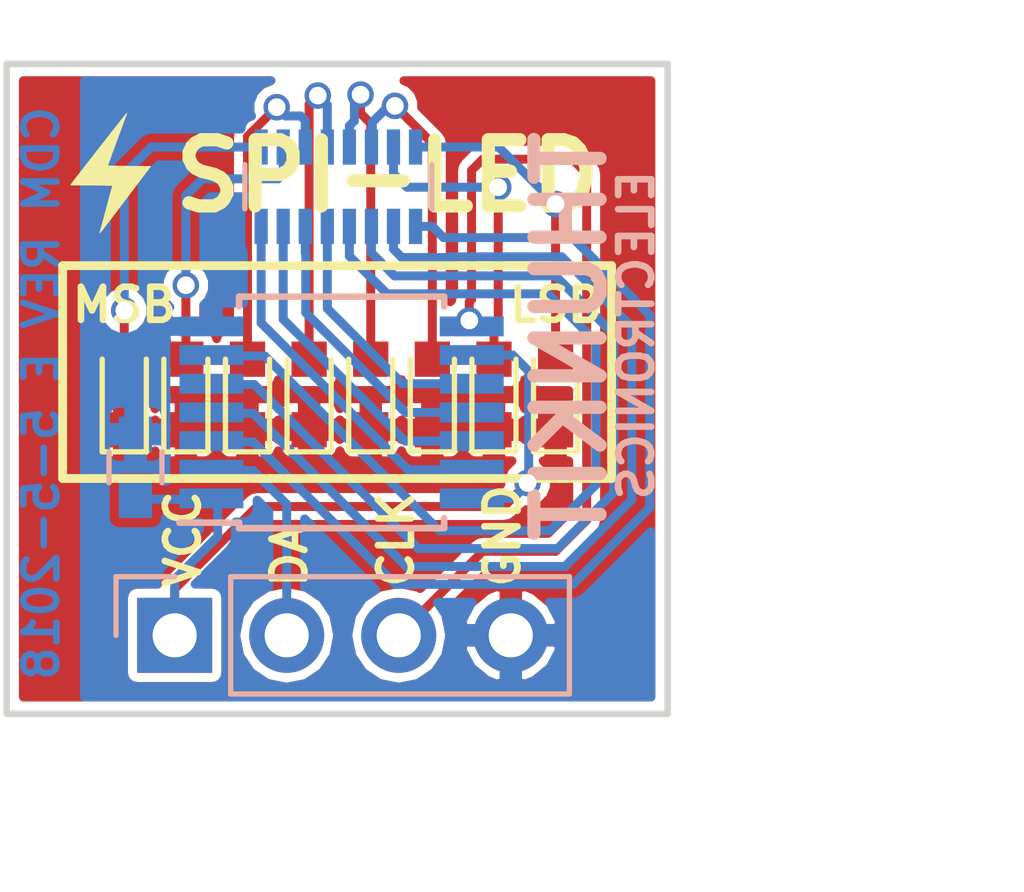
<source format=kicad_pcb>
(kicad_pcb (version 4) (host pcbnew 4.0.5+dfsg1-4)

  (general
    (links 32)
    (no_connects 0)
    (area 140.729286 103.85574 166.905715 125.889666)
    (thickness 1.6)
    (drawings 17)
    (tracks 141)
    (zones 0)
    (modules 13)
    (nets 21)
  )

  (page A4)
  (title_block
    (title USB-UART)
    (date 2018-09-02)
    (rev B)
    (company "THUNKIT ELECTRONICS")
  )

  (layers
    (0 F.Cu signal)
    (31 B.Cu signal)
    (32 B.Adhes user)
    (33 F.Adhes user)
    (34 B.Paste user)
    (35 F.Paste user)
    (36 B.SilkS user)
    (37 F.SilkS user)
    (38 B.Mask user)
    (39 F.Mask user)
    (40 Dwgs.User user)
    (41 Cmts.User user)
    (42 Eco1.User user)
    (43 Eco2.User user)
    (44 Edge.Cuts user)
    (45 Margin user)
    (46 B.CrtYd user)
    (47 F.CrtYd user)
    (48 B.Fab user hide)
    (49 F.Fab user hide)
  )

  (setup
    (last_trace_width 0.2032)
    (trace_clearance 0.15)
    (zone_clearance 0.2032)
    (zone_45_only no)
    (trace_min 0.2032)
    (segment_width 0.2)
    (edge_width 0.15)
    (via_size 0.6)
    (via_drill 0.4)
    (via_min_size 0.4)
    (via_min_drill 0.3)
    (uvia_size 0.3)
    (uvia_drill 0.1)
    (uvias_allowed no)
    (uvia_min_size 0)
    (uvia_min_drill 0)
    (pcb_text_width 0.3)
    (pcb_text_size 1.5 1.5)
    (mod_edge_width 0.15)
    (mod_text_size 1 1)
    (mod_text_width 0.15)
    (pad_size 1.524 1.524)
    (pad_drill 0.762)
    (pad_to_mask_clearance 0.1)
    (aux_axis_origin 0 0)
    (visible_elements FFFEFF7F)
    (pcbplotparams
      (layerselection 0x010f0_80000001)
      (usegerberextensions true)
      (excludeedgelayer true)
      (linewidth 0.100000)
      (plotframeref false)
      (viasonmask false)
      (mode 1)
      (useauxorigin false)
      (hpglpennumber 1)
      (hpglpenspeed 20)
      (hpglpendiameter 15)
      (hpglpenoverlay 2)
      (psnegative false)
      (psa4output false)
      (plotreference true)
      (plotvalue true)
      (plotinvisibletext false)
      (padsonsilk false)
      (subtractmaskfromsilk false)
      (outputformat 1)
      (mirror false)
      (drillshape 0)
      (scaleselection 1)
      (outputdirectory "/home/cameron/Desktop/ELECTRONICS PROJECTS/SPI LED/REV C/SPI LED REV C GERBER/"))
  )

  (net 0 "")
  (net 1 "Net-(D1-Pad2)")
  (net 2 GND)
  (net 3 "Net-(D2-Pad2)")
  (net 4 "Net-(D3-Pad2)")
  (net 5 "Net-(D4-Pad2)")
  (net 6 "Net-(D5-Pad2)")
  (net 7 "Net-(D6-Pad2)")
  (net 8 "Net-(D7-Pad2)")
  (net 9 "Net-(D8-Pad2)")
  (net 10 VCC)
  (net 11 "Net-(R1-Pad13)")
  (net 12 "Net-(R1-Pad12)")
  (net 13 "Net-(R1-Pad11)")
  (net 14 "Net-(R1-Pad14)")
  (net 15 "Net-(R1-Pad15)")
  (net 16 "Net-(R1-Pad16)")
  (net 17 "Net-(R1-Pad9)")
  (net 18 "Net-(R1-Pad10)")
  (net 19 DATA)
  (net 20 CLK)

  (net_class Default "This is the default net class."
    (clearance 0.15)
    (trace_width 0.2032)
    (via_dia 0.6)
    (via_drill 0.4)
    (uvia_dia 0.3)
    (uvia_drill 0.1)
    (add_net CLK)
    (add_net DATA)
    (add_net GND)
    (add_net "Net-(D1-Pad2)")
    (add_net "Net-(D2-Pad2)")
    (add_net "Net-(D3-Pad2)")
    (add_net "Net-(D4-Pad2)")
    (add_net "Net-(D5-Pad2)")
    (add_net "Net-(D6-Pad2)")
    (add_net "Net-(D7-Pad2)")
    (add_net "Net-(D8-Pad2)")
    (add_net "Net-(R1-Pad10)")
    (add_net "Net-(R1-Pad11)")
    (add_net "Net-(R1-Pad12)")
    (add_net "Net-(R1-Pad13)")
    (add_net "Net-(R1-Pad14)")
    (add_net "Net-(R1-Pad15)")
    (add_net "Net-(R1-Pad16)")
    (add_net "Net-(R1-Pad9)")
    (add_net VCC)
  )

  (module LEDs:LED_0603 (layer F.Cu) (tedit 59F5437C) (tstamp 59F542F2)
    (at 143.637 112.649 90)
    (descr "LED 0603 smd package")
    (tags "LED led 0603 SMD smd SMT smt smdled SMDLED smtled SMTLED")
    (path /5988B15E)
    (attr smd)
    (fp_text reference D1 (at 0 -1.25 90) (layer F.SilkS) hide
      (effects (font (size 1 1) (thickness 0.15)))
    )
    (fp_text value RED (at 0 1.35 90) (layer F.Fab)
      (effects (font (size 1 1) (thickness 0.15)))
    )
    (fp_line (start -1.3 -0.5) (end -1.3 0.5) (layer F.SilkS) (width 0.12))
    (fp_line (start -0.2 -0.2) (end -0.2 0.2) (layer F.Fab) (width 0.1))
    (fp_line (start -0.15 0) (end 0.15 -0.2) (layer F.Fab) (width 0.1))
    (fp_line (start 0.15 0.2) (end -0.15 0) (layer F.Fab) (width 0.1))
    (fp_line (start 0.15 -0.2) (end 0.15 0.2) (layer F.Fab) (width 0.1))
    (fp_line (start 0.8 0.4) (end -0.8 0.4) (layer F.Fab) (width 0.1))
    (fp_line (start 0.8 -0.4) (end 0.8 0.4) (layer F.Fab) (width 0.1))
    (fp_line (start -0.8 -0.4) (end 0.8 -0.4) (layer F.Fab) (width 0.1))
    (fp_line (start -0.8 0.4) (end -0.8 -0.4) (layer F.Fab) (width 0.1))
    (fp_line (start -1.3 0.5) (end 0.8 0.5) (layer F.SilkS) (width 0.12))
    (fp_line (start -1.3 -0.5) (end 0.8 -0.5) (layer F.SilkS) (width 0.12))
    (fp_line (start 1.45 -0.65) (end 1.45 0.65) (layer F.CrtYd) (width 0.05))
    (fp_line (start 1.45 0.65) (end -1.45 0.65) (layer F.CrtYd) (width 0.05))
    (fp_line (start -1.45 0.65) (end -1.45 -0.65) (layer F.CrtYd) (width 0.05))
    (fp_line (start -1.45 -0.65) (end 1.45 -0.65) (layer F.CrtYd) (width 0.05))
    (pad 2 smd rect (at 0.8 0 270) (size 0.8 0.8) (layers F.Cu F.Paste F.Mask)
      (net 1 "Net-(D1-Pad2)"))
    (pad 1 smd rect (at -0.8 0 270) (size 0.8 0.8) (layers F.Cu F.Paste F.Mask)
      (net 2 GND))
    (model ${KISYS3DMOD}/LEDs.3dshapes/LED_0603.wrl
      (at (xyz 0 0 0))
      (scale (xyz 1 1 1))
      (rotate (xyz 0 0 180))
    )
  )

  (module LEDs:LED_0603 (layer F.Cu) (tedit 59F54384) (tstamp 59F542F8)
    (at 145.034 112.649 90)
    (descr "LED 0603 smd package")
    (tags "LED led 0603 SMD smd SMT smt smdled SMDLED smtled SMTLED")
    (path /5988B614)
    (attr smd)
    (fp_text reference D2 (at 0 -1.25 90) (layer F.SilkS) hide
      (effects (font (size 1 1) (thickness 0.15)))
    )
    (fp_text value RED (at 0 1.35 90) (layer F.Fab)
      (effects (font (size 1 1) (thickness 0.15)))
    )
    (fp_line (start -1.3 -0.5) (end -1.3 0.5) (layer F.SilkS) (width 0.12))
    (fp_line (start -0.2 -0.2) (end -0.2 0.2) (layer F.Fab) (width 0.1))
    (fp_line (start -0.15 0) (end 0.15 -0.2) (layer F.Fab) (width 0.1))
    (fp_line (start 0.15 0.2) (end -0.15 0) (layer F.Fab) (width 0.1))
    (fp_line (start 0.15 -0.2) (end 0.15 0.2) (layer F.Fab) (width 0.1))
    (fp_line (start 0.8 0.4) (end -0.8 0.4) (layer F.Fab) (width 0.1))
    (fp_line (start 0.8 -0.4) (end 0.8 0.4) (layer F.Fab) (width 0.1))
    (fp_line (start -0.8 -0.4) (end 0.8 -0.4) (layer F.Fab) (width 0.1))
    (fp_line (start -0.8 0.4) (end -0.8 -0.4) (layer F.Fab) (width 0.1))
    (fp_line (start -1.3 0.5) (end 0.8 0.5) (layer F.SilkS) (width 0.12))
    (fp_line (start -1.3 -0.5) (end 0.8 -0.5) (layer F.SilkS) (width 0.12))
    (fp_line (start 1.45 -0.65) (end 1.45 0.65) (layer F.CrtYd) (width 0.05))
    (fp_line (start 1.45 0.65) (end -1.45 0.65) (layer F.CrtYd) (width 0.05))
    (fp_line (start -1.45 0.65) (end -1.45 -0.65) (layer F.CrtYd) (width 0.05))
    (fp_line (start -1.45 -0.65) (end 1.45 -0.65) (layer F.CrtYd) (width 0.05))
    (pad 2 smd rect (at 0.8 0 270) (size 0.8 0.8) (layers F.Cu F.Paste F.Mask)
      (net 3 "Net-(D2-Pad2)"))
    (pad 1 smd rect (at -0.8 0 270) (size 0.8 0.8) (layers F.Cu F.Paste F.Mask)
      (net 2 GND))
    (model ${KISYS3DMOD}/LEDs.3dshapes/LED_0603.wrl
      (at (xyz 0 0 0))
      (scale (xyz 1 1 1))
      (rotate (xyz 0 0 180))
    )
  )

  (module LEDs:LED_0603 (layer F.Cu) (tedit 59F5437E) (tstamp 59F542FE)
    (at 146.431 112.649 90)
    (descr "LED 0603 smd package")
    (tags "LED led 0603 SMD smd SMT smt smdled SMDLED smtled SMTLED")
    (path /5988B694)
    (attr smd)
    (fp_text reference D3 (at 0 -1.25 90) (layer F.SilkS) hide
      (effects (font (size 1 1) (thickness 0.15)))
    )
    (fp_text value RED (at 0 1.35 90) (layer F.Fab)
      (effects (font (size 1 1) (thickness 0.15)))
    )
    (fp_line (start -1.3 -0.5) (end -1.3 0.5) (layer F.SilkS) (width 0.12))
    (fp_line (start -0.2 -0.2) (end -0.2 0.2) (layer F.Fab) (width 0.1))
    (fp_line (start -0.15 0) (end 0.15 -0.2) (layer F.Fab) (width 0.1))
    (fp_line (start 0.15 0.2) (end -0.15 0) (layer F.Fab) (width 0.1))
    (fp_line (start 0.15 -0.2) (end 0.15 0.2) (layer F.Fab) (width 0.1))
    (fp_line (start 0.8 0.4) (end -0.8 0.4) (layer F.Fab) (width 0.1))
    (fp_line (start 0.8 -0.4) (end 0.8 0.4) (layer F.Fab) (width 0.1))
    (fp_line (start -0.8 -0.4) (end 0.8 -0.4) (layer F.Fab) (width 0.1))
    (fp_line (start -0.8 0.4) (end -0.8 -0.4) (layer F.Fab) (width 0.1))
    (fp_line (start -1.3 0.5) (end 0.8 0.5) (layer F.SilkS) (width 0.12))
    (fp_line (start -1.3 -0.5) (end 0.8 -0.5) (layer F.SilkS) (width 0.12))
    (fp_line (start 1.45 -0.65) (end 1.45 0.65) (layer F.CrtYd) (width 0.05))
    (fp_line (start 1.45 0.65) (end -1.45 0.65) (layer F.CrtYd) (width 0.05))
    (fp_line (start -1.45 0.65) (end -1.45 -0.65) (layer F.CrtYd) (width 0.05))
    (fp_line (start -1.45 -0.65) (end 1.45 -0.65) (layer F.CrtYd) (width 0.05))
    (pad 2 smd rect (at 0.8 0 270) (size 0.8 0.8) (layers F.Cu F.Paste F.Mask)
      (net 4 "Net-(D3-Pad2)"))
    (pad 1 smd rect (at -0.8 0 270) (size 0.8 0.8) (layers F.Cu F.Paste F.Mask)
      (net 2 GND))
    (model ${KISYS3DMOD}/LEDs.3dshapes/LED_0603.wrl
      (at (xyz 0 0 0))
      (scale (xyz 1 1 1))
      (rotate (xyz 0 0 180))
    )
  )

  (module LEDs:LED_0603 (layer F.Cu) (tedit 59F54379) (tstamp 59F54304)
    (at 147.828 112.649 90)
    (descr "LED 0603 smd package")
    (tags "LED led 0603 SMD smd SMT smt smdled SMDLED smtled SMTLED")
    (path /5988B6A2)
    (attr smd)
    (fp_text reference D4 (at 0 -1.25 90) (layer F.SilkS) hide
      (effects (font (size 1 1) (thickness 0.15)))
    )
    (fp_text value RED (at 0 1.35 90) (layer F.Fab)
      (effects (font (size 1 1) (thickness 0.15)))
    )
    (fp_line (start -1.3 -0.5) (end -1.3 0.5) (layer F.SilkS) (width 0.12))
    (fp_line (start -0.2 -0.2) (end -0.2 0.2) (layer F.Fab) (width 0.1))
    (fp_line (start -0.15 0) (end 0.15 -0.2) (layer F.Fab) (width 0.1))
    (fp_line (start 0.15 0.2) (end -0.15 0) (layer F.Fab) (width 0.1))
    (fp_line (start 0.15 -0.2) (end 0.15 0.2) (layer F.Fab) (width 0.1))
    (fp_line (start 0.8 0.4) (end -0.8 0.4) (layer F.Fab) (width 0.1))
    (fp_line (start 0.8 -0.4) (end 0.8 0.4) (layer F.Fab) (width 0.1))
    (fp_line (start -0.8 -0.4) (end 0.8 -0.4) (layer F.Fab) (width 0.1))
    (fp_line (start -0.8 0.4) (end -0.8 -0.4) (layer F.Fab) (width 0.1))
    (fp_line (start -1.3 0.5) (end 0.8 0.5) (layer F.SilkS) (width 0.12))
    (fp_line (start -1.3 -0.5) (end 0.8 -0.5) (layer F.SilkS) (width 0.12))
    (fp_line (start 1.45 -0.65) (end 1.45 0.65) (layer F.CrtYd) (width 0.05))
    (fp_line (start 1.45 0.65) (end -1.45 0.65) (layer F.CrtYd) (width 0.05))
    (fp_line (start -1.45 0.65) (end -1.45 -0.65) (layer F.CrtYd) (width 0.05))
    (fp_line (start -1.45 -0.65) (end 1.45 -0.65) (layer F.CrtYd) (width 0.05))
    (pad 2 smd rect (at 0.8 0 270) (size 0.8 0.8) (layers F.Cu F.Paste F.Mask)
      (net 5 "Net-(D4-Pad2)"))
    (pad 1 smd rect (at -0.8 0 270) (size 0.8 0.8) (layers F.Cu F.Paste F.Mask)
      (net 2 GND))
    (model ${KISYS3DMOD}/LEDs.3dshapes/LED_0603.wrl
      (at (xyz 0 0 0))
      (scale (xyz 1 1 1))
      (rotate (xyz 0 0 180))
    )
  )

  (module LEDs:LED_0603 (layer F.Cu) (tedit 59F54376) (tstamp 59F5430A)
    (at 149.225 112.649 90)
    (descr "LED 0603 smd package")
    (tags "LED led 0603 SMD smd SMT smt smdled SMDLED smtled SMTLED")
    (path /5988B7BE)
    (attr smd)
    (fp_text reference D5 (at 0 -1.25 90) (layer F.SilkS) hide
      (effects (font (size 1 1) (thickness 0.15)))
    )
    (fp_text value RED (at 0 1.35 90) (layer F.Fab)
      (effects (font (size 1 1) (thickness 0.15)))
    )
    (fp_line (start -1.3 -0.5) (end -1.3 0.5) (layer F.SilkS) (width 0.12))
    (fp_line (start -0.2 -0.2) (end -0.2 0.2) (layer F.Fab) (width 0.1))
    (fp_line (start -0.15 0) (end 0.15 -0.2) (layer F.Fab) (width 0.1))
    (fp_line (start 0.15 0.2) (end -0.15 0) (layer F.Fab) (width 0.1))
    (fp_line (start 0.15 -0.2) (end 0.15 0.2) (layer F.Fab) (width 0.1))
    (fp_line (start 0.8 0.4) (end -0.8 0.4) (layer F.Fab) (width 0.1))
    (fp_line (start 0.8 -0.4) (end 0.8 0.4) (layer F.Fab) (width 0.1))
    (fp_line (start -0.8 -0.4) (end 0.8 -0.4) (layer F.Fab) (width 0.1))
    (fp_line (start -0.8 0.4) (end -0.8 -0.4) (layer F.Fab) (width 0.1))
    (fp_line (start -1.3 0.5) (end 0.8 0.5) (layer F.SilkS) (width 0.12))
    (fp_line (start -1.3 -0.5) (end 0.8 -0.5) (layer F.SilkS) (width 0.12))
    (fp_line (start 1.45 -0.65) (end 1.45 0.65) (layer F.CrtYd) (width 0.05))
    (fp_line (start 1.45 0.65) (end -1.45 0.65) (layer F.CrtYd) (width 0.05))
    (fp_line (start -1.45 0.65) (end -1.45 -0.65) (layer F.CrtYd) (width 0.05))
    (fp_line (start -1.45 -0.65) (end 1.45 -0.65) (layer F.CrtYd) (width 0.05))
    (pad 2 smd rect (at 0.8 0 270) (size 0.8 0.8) (layers F.Cu F.Paste F.Mask)
      (net 6 "Net-(D5-Pad2)"))
    (pad 1 smd rect (at -0.8 0 270) (size 0.8 0.8) (layers F.Cu F.Paste F.Mask)
      (net 2 GND))
    (model ${KISYS3DMOD}/LEDs.3dshapes/LED_0603.wrl
      (at (xyz 0 0 0))
      (scale (xyz 1 1 1))
      (rotate (xyz 0 0 180))
    )
  )

  (module LEDs:LED_0603 (layer F.Cu) (tedit 59F54387) (tstamp 59F54310)
    (at 150.622 112.649 90)
    (descr "LED 0603 smd package")
    (tags "LED led 0603 SMD smd SMT smt smdled SMDLED smtled SMTLED")
    (path /5988B7CC)
    (attr smd)
    (fp_text reference D6 (at 0 -1.25 90) (layer F.SilkS) hide
      (effects (font (size 1 1) (thickness 0.15)))
    )
    (fp_text value RED (at 0 1.35 90) (layer F.Fab)
      (effects (font (size 1 1) (thickness 0.15)))
    )
    (fp_line (start -1.3 -0.5) (end -1.3 0.5) (layer F.SilkS) (width 0.12))
    (fp_line (start -0.2 -0.2) (end -0.2 0.2) (layer F.Fab) (width 0.1))
    (fp_line (start -0.15 0) (end 0.15 -0.2) (layer F.Fab) (width 0.1))
    (fp_line (start 0.15 0.2) (end -0.15 0) (layer F.Fab) (width 0.1))
    (fp_line (start 0.15 -0.2) (end 0.15 0.2) (layer F.Fab) (width 0.1))
    (fp_line (start 0.8 0.4) (end -0.8 0.4) (layer F.Fab) (width 0.1))
    (fp_line (start 0.8 -0.4) (end 0.8 0.4) (layer F.Fab) (width 0.1))
    (fp_line (start -0.8 -0.4) (end 0.8 -0.4) (layer F.Fab) (width 0.1))
    (fp_line (start -0.8 0.4) (end -0.8 -0.4) (layer F.Fab) (width 0.1))
    (fp_line (start -1.3 0.5) (end 0.8 0.5) (layer F.SilkS) (width 0.12))
    (fp_line (start -1.3 -0.5) (end 0.8 -0.5) (layer F.SilkS) (width 0.12))
    (fp_line (start 1.45 -0.65) (end 1.45 0.65) (layer F.CrtYd) (width 0.05))
    (fp_line (start 1.45 0.65) (end -1.45 0.65) (layer F.CrtYd) (width 0.05))
    (fp_line (start -1.45 0.65) (end -1.45 -0.65) (layer F.CrtYd) (width 0.05))
    (fp_line (start -1.45 -0.65) (end 1.45 -0.65) (layer F.CrtYd) (width 0.05))
    (pad 2 smd rect (at 0.8 0 270) (size 0.8 0.8) (layers F.Cu F.Paste F.Mask)
      (net 7 "Net-(D6-Pad2)"))
    (pad 1 smd rect (at -0.8 0 270) (size 0.8 0.8) (layers F.Cu F.Paste F.Mask)
      (net 2 GND))
    (model ${KISYS3DMOD}/LEDs.3dshapes/LED_0603.wrl
      (at (xyz 0 0 0))
      (scale (xyz 1 1 1))
      (rotate (xyz 0 0 180))
    )
  )

  (module LEDs:LED_0603 (layer F.Cu) (tedit 59F54382) (tstamp 59F54316)
    (at 152.019 112.649 90)
    (descr "LED 0603 smd package")
    (tags "LED led 0603 SMD smd SMT smt smdled SMDLED smtled SMTLED")
    (path /5988B7DA)
    (attr smd)
    (fp_text reference D7 (at 0 -1.25 90) (layer F.SilkS) hide
      (effects (font (size 1 1) (thickness 0.15)))
    )
    (fp_text value RED (at 0 1.35 90) (layer F.Fab)
      (effects (font (size 1 1) (thickness 0.15)))
    )
    (fp_line (start -1.3 -0.5) (end -1.3 0.5) (layer F.SilkS) (width 0.12))
    (fp_line (start -0.2 -0.2) (end -0.2 0.2) (layer F.Fab) (width 0.1))
    (fp_line (start -0.15 0) (end 0.15 -0.2) (layer F.Fab) (width 0.1))
    (fp_line (start 0.15 0.2) (end -0.15 0) (layer F.Fab) (width 0.1))
    (fp_line (start 0.15 -0.2) (end 0.15 0.2) (layer F.Fab) (width 0.1))
    (fp_line (start 0.8 0.4) (end -0.8 0.4) (layer F.Fab) (width 0.1))
    (fp_line (start 0.8 -0.4) (end 0.8 0.4) (layer F.Fab) (width 0.1))
    (fp_line (start -0.8 -0.4) (end 0.8 -0.4) (layer F.Fab) (width 0.1))
    (fp_line (start -0.8 0.4) (end -0.8 -0.4) (layer F.Fab) (width 0.1))
    (fp_line (start -1.3 0.5) (end 0.8 0.5) (layer F.SilkS) (width 0.12))
    (fp_line (start -1.3 -0.5) (end 0.8 -0.5) (layer F.SilkS) (width 0.12))
    (fp_line (start 1.45 -0.65) (end 1.45 0.65) (layer F.CrtYd) (width 0.05))
    (fp_line (start 1.45 0.65) (end -1.45 0.65) (layer F.CrtYd) (width 0.05))
    (fp_line (start -1.45 0.65) (end -1.45 -0.65) (layer F.CrtYd) (width 0.05))
    (fp_line (start -1.45 -0.65) (end 1.45 -0.65) (layer F.CrtYd) (width 0.05))
    (pad 2 smd rect (at 0.8 0 270) (size 0.8 0.8) (layers F.Cu F.Paste F.Mask)
      (net 8 "Net-(D7-Pad2)"))
    (pad 1 smd rect (at -0.8 0 270) (size 0.8 0.8) (layers F.Cu F.Paste F.Mask)
      (net 2 GND))
    (model ${KISYS3DMOD}/LEDs.3dshapes/LED_0603.wrl
      (at (xyz 0 0 0))
      (scale (xyz 1 1 1))
      (rotate (xyz 0 0 180))
    )
  )

  (module LEDs:LED_0603 (layer F.Cu) (tedit 59F54371) (tstamp 59F5431C)
    (at 153.416 112.649 90)
    (descr "LED 0603 smd package")
    (tags "LED led 0603 SMD smd SMT smt smdled SMDLED smtled SMTLED")
    (path /5988B7E8)
    (attr smd)
    (fp_text reference D8 (at 0 -1.25 90) (layer F.SilkS) hide
      (effects (font (size 1 1) (thickness 0.15)))
    )
    (fp_text value RED (at 0 1.35 90) (layer F.Fab)
      (effects (font (size 1 1) (thickness 0.15)))
    )
    (fp_line (start -1.3 -0.5) (end -1.3 0.5) (layer F.SilkS) (width 0.12))
    (fp_line (start -0.2 -0.2) (end -0.2 0.2) (layer F.Fab) (width 0.1))
    (fp_line (start -0.15 0) (end 0.15 -0.2) (layer F.Fab) (width 0.1))
    (fp_line (start 0.15 0.2) (end -0.15 0) (layer F.Fab) (width 0.1))
    (fp_line (start 0.15 -0.2) (end 0.15 0.2) (layer F.Fab) (width 0.1))
    (fp_line (start 0.8 0.4) (end -0.8 0.4) (layer F.Fab) (width 0.1))
    (fp_line (start 0.8 -0.4) (end 0.8 0.4) (layer F.Fab) (width 0.1))
    (fp_line (start -0.8 -0.4) (end 0.8 -0.4) (layer F.Fab) (width 0.1))
    (fp_line (start -0.8 0.4) (end -0.8 -0.4) (layer F.Fab) (width 0.1))
    (fp_line (start -1.3 0.5) (end 0.8 0.5) (layer F.SilkS) (width 0.12))
    (fp_line (start -1.3 -0.5) (end 0.8 -0.5) (layer F.SilkS) (width 0.12))
    (fp_line (start 1.45 -0.65) (end 1.45 0.65) (layer F.CrtYd) (width 0.05))
    (fp_line (start 1.45 0.65) (end -1.45 0.65) (layer F.CrtYd) (width 0.05))
    (fp_line (start -1.45 0.65) (end -1.45 -0.65) (layer F.CrtYd) (width 0.05))
    (fp_line (start -1.45 -0.65) (end 1.45 -0.65) (layer F.CrtYd) (width 0.05))
    (pad 2 smd rect (at 0.8 0 270) (size 0.8 0.8) (layers F.Cu F.Paste F.Mask)
      (net 9 "Net-(D8-Pad2)"))
    (pad 1 smd rect (at -0.8 0 270) (size 0.8 0.8) (layers F.Cu F.Paste F.Mask)
      (net 2 GND))
    (model ${KISYS3DMOD}/LEDs.3dshapes/LED_0603.wrl
      (at (xyz 0 0 0))
      (scale (xyz 1 1 1))
      (rotate (xyz 0 0 180))
    )
  )

  (module Pin_Headers:Pin_Header_Straight_1x04_Pitch2.54mm (layer B.Cu) (tedit 59F54374) (tstamp 59F54324)
    (at 144.78 118.11 270)
    (descr "Through hole straight pin header, 1x04, 2.54mm pitch, single row")
    (tags "Through hole pin header THT 1x04 2.54mm single row")
    (path /59F54815)
    (fp_text reference P1 (at 0 2.33 270) (layer B.SilkS) hide
      (effects (font (size 1 1) (thickness 0.15)) (justify mirror))
    )
    (fp_text value CONN_01X04 (at 0 -9.95 270) (layer B.Fab)
      (effects (font (size 1 1) (thickness 0.15)) (justify mirror))
    )
    (fp_line (start -0.635 1.27) (end 1.27 1.27) (layer B.Fab) (width 0.1))
    (fp_line (start 1.27 1.27) (end 1.27 -8.89) (layer B.Fab) (width 0.1))
    (fp_line (start 1.27 -8.89) (end -1.27 -8.89) (layer B.Fab) (width 0.1))
    (fp_line (start -1.27 -8.89) (end -1.27 0.635) (layer B.Fab) (width 0.1))
    (fp_line (start -1.27 0.635) (end -0.635 1.27) (layer B.Fab) (width 0.1))
    (fp_line (start -1.33 -8.95) (end 1.33 -8.95) (layer B.SilkS) (width 0.12))
    (fp_line (start -1.33 -1.27) (end -1.33 -8.95) (layer B.SilkS) (width 0.12))
    (fp_line (start 1.33 -1.27) (end 1.33 -8.95) (layer B.SilkS) (width 0.12))
    (fp_line (start -1.33 -1.27) (end 1.33 -1.27) (layer B.SilkS) (width 0.12))
    (fp_line (start -1.33 0) (end -1.33 1.33) (layer B.SilkS) (width 0.12))
    (fp_line (start -1.33 1.33) (end 0 1.33) (layer B.SilkS) (width 0.12))
    (fp_line (start -1.8 1.8) (end -1.8 -9.4) (layer B.CrtYd) (width 0.05))
    (fp_line (start -1.8 -9.4) (end 1.8 -9.4) (layer B.CrtYd) (width 0.05))
    (fp_line (start 1.8 -9.4) (end 1.8 1.8) (layer B.CrtYd) (width 0.05))
    (fp_line (start 1.8 1.8) (end -1.8 1.8) (layer B.CrtYd) (width 0.05))
    (fp_text user %R (at 0 -3.81 540) (layer B.Fab)
      (effects (font (size 1 1) (thickness 0.15)) (justify mirror))
    )
    (pad 1 thru_hole rect (at 0 0 270) (size 1.7 1.7) (drill 1) (layers *.Cu *.Mask)
      (net 10 VCC))
    (pad 2 thru_hole oval (at 0 -2.54 270) (size 1.7 1.7) (drill 1) (layers *.Cu *.Mask)
      (net 19 DATA))
    (pad 3 thru_hole oval (at 0 -5.08 270) (size 1.7 1.7) (drill 1) (layers *.Cu *.Mask)
      (net 20 CLK))
    (pad 4 thru_hole oval (at 0 -7.62 270) (size 1.7 1.7) (drill 1) (layers *.Cu *.Mask)
      (net 2 GND))
    (model ${KISYS3DMOD}/Pin_Headers.3dshapes/Pin_Header_Straight_1x04_Pitch2.54mm.wrl
      (at (xyz 0 0 0))
      (scale (xyz 1 1 1))
      (rotate (xyz 0 0 0))
    )
  )

  (module Resistors_SMD:R_Array_Convex_8x0602 (layer B.Cu) (tedit 59F5438F) (tstamp 59F54338)
    (at 148.491 107.939 270)
    (descr "Chip Resistor Network, ROHM MNR18 (see mnr_g.pdf)")
    (tags "resistor array")
    (path /5988E441)
    (attr smd)
    (fp_text reference R1 (at 0 3 270) (layer B.SilkS) hide
      (effects (font (size 1 1) (thickness 0.15)) (justify mirror))
    )
    (fp_text value 200 (at 0 -3 270) (layer B.Fab)
      (effects (font (size 1 1) (thickness 0.15)) (justify mirror))
    )
    (fp_text user %R (at 0 0 540) (layer B.Fab)
      (effects (font (size 1 1) (thickness 0.15)) (justify mirror))
    )
    (fp_line (start -0.8 2) (end -0.8 -2) (layer B.Fab) (width 0.1))
    (fp_line (start -0.8 -2) (end 0.8 -2) (layer B.Fab) (width 0.1))
    (fp_line (start 0.8 -2) (end 0.8 2) (layer B.Fab) (width 0.1))
    (fp_line (start 0.8 2) (end -0.8 2) (layer B.Fab) (width 0.1))
    (fp_line (start 0.5 -2.12) (end -0.5 -2.12) (layer B.SilkS) (width 0.12))
    (fp_line (start 0.5 2.12) (end -0.5 2.12) (layer B.SilkS) (width 0.12))
    (fp_line (start -1.55 2.25) (end 1.55 2.25) (layer B.CrtYd) (width 0.05))
    (fp_line (start -1.55 2.25) (end -1.55 -2.25) (layer B.CrtYd) (width 0.05))
    (fp_line (start 1.55 -2.25) (end 1.55 2.25) (layer B.CrtYd) (width 0.05))
    (fp_line (start 1.55 -2.25) (end -1.55 -2.25) (layer B.CrtYd) (width 0.05))
    (pad 1 smd rect (at -0.9 1.75 270) (size 0.8 0.3) (layers B.Cu B.Paste B.Mask)
      (net 1 "Net-(D1-Pad2)"))
    (pad 16 smd rect (at 0.9 1.75 270) (size 0.8 0.3) (layers B.Cu B.Paste B.Mask)
      (net 16 "Net-(R1-Pad16)"))
    (pad 8 smd rect (at -0.9 -1.75 270) (size 0.8 0.3) (layers B.Cu B.Paste B.Mask)
      (net 9 "Net-(D8-Pad2)"))
    (pad 9 smd rect (at 0.9 -1.75 270) (size 0.8 0.3) (layers B.Cu B.Paste B.Mask)
      (net 17 "Net-(R1-Pad9)"))
    (pad 2 smd rect (at -0.9 1.25 270) (size 0.8 0.3) (layers B.Cu B.Paste B.Mask)
      (net 3 "Net-(D2-Pad2)"))
    (pad 3 smd rect (at -0.9 0.75 270) (size 0.8 0.3) (layers B.Cu B.Paste B.Mask)
      (net 4 "Net-(D3-Pad2)"))
    (pad 4 smd rect (at -0.9 0.25 270) (size 0.8 0.3) (layers B.Cu B.Paste B.Mask)
      (net 5 "Net-(D4-Pad2)"))
    (pad 5 smd rect (at -0.9 -0.25 270) (size 0.8 0.3) (layers B.Cu B.Paste B.Mask)
      (net 6 "Net-(D5-Pad2)"))
    (pad 6 smd rect (at -0.9 -0.75 270) (size 0.8 0.3) (layers B.Cu B.Paste B.Mask)
      (net 7 "Net-(D6-Pad2)"))
    (pad 7 smd rect (at -0.9 -1.25 270) (size 0.8 0.3) (layers B.Cu B.Paste B.Mask)
      (net 8 "Net-(D7-Pad2)"))
    (pad 15 smd rect (at 0.9 1.25 270) (size 0.8 0.3) (layers B.Cu B.Paste B.Mask)
      (net 15 "Net-(R1-Pad15)"))
    (pad 14 smd rect (at 0.9 0.75 270) (size 0.8 0.3) (layers B.Cu B.Paste B.Mask)
      (net 14 "Net-(R1-Pad14)"))
    (pad 13 smd rect (at 0.9 0.25 270) (size 0.8 0.3) (layers B.Cu B.Paste B.Mask)
      (net 11 "Net-(R1-Pad13)"))
    (pad 11 smd rect (at 0.9 -0.75 270) (size 0.8 0.3) (layers B.Cu B.Paste B.Mask)
      (net 13 "Net-(R1-Pad11)"))
    (pad 12 smd rect (at 0.9 -0.25 270) (size 0.8 0.3) (layers B.Cu B.Paste B.Mask)
      (net 12 "Net-(R1-Pad12)"))
    (pad 10 smd rect (at 0.9 -1.25 270) (size 0.8 0.3) (layers B.Cu B.Paste B.Mask)
      (net 18 "Net-(R1-Pad10)"))
    (model ${KISYS3DMOD}/Resistors_SMD.3dshapes/R_Array_Convex_8x0602.wrl
      (at (xyz 0 0 0))
      (scale (xyz 1 1 1))
      (rotate (xyz 0 0 0))
    )
  )

  (module Capacitors_SMD:C_0603 (layer B.Cu) (tedit 59F5438B) (tstamp 59F54350)
    (at 143.891 114.3 270)
    (descr "Capacitor SMD 0603, reflow soldering, AVX (see smccp.pdf)")
    (tags "capacitor 0603")
    (path /59F54BB7)
    (attr smd)
    (fp_text reference C1 (at 0 1.5 270) (layer B.SilkS) hide
      (effects (font (size 1 1) (thickness 0.15)) (justify mirror))
    )
    (fp_text value C (at 0 -1.5 270) (layer B.Fab)
      (effects (font (size 1 1) (thickness 0.15)) (justify mirror))
    )
    (fp_line (start 1.4 -0.65) (end -1.4 -0.65) (layer B.CrtYd) (width 0.05))
    (fp_line (start 1.4 -0.65) (end 1.4 0.65) (layer B.CrtYd) (width 0.05))
    (fp_line (start -1.4 0.65) (end -1.4 -0.65) (layer B.CrtYd) (width 0.05))
    (fp_line (start -1.4 0.65) (end 1.4 0.65) (layer B.CrtYd) (width 0.05))
    (fp_line (start 0.35 -0.6) (end -0.35 -0.6) (layer B.SilkS) (width 0.12))
    (fp_line (start -0.35 0.6) (end 0.35 0.6) (layer B.SilkS) (width 0.12))
    (fp_line (start -0.8 0.4) (end 0.8 0.4) (layer B.Fab) (width 0.1))
    (fp_line (start 0.8 0.4) (end 0.8 -0.4) (layer B.Fab) (width 0.1))
    (fp_line (start 0.8 -0.4) (end -0.8 -0.4) (layer B.Fab) (width 0.1))
    (fp_line (start -0.8 -0.4) (end -0.8 0.4) (layer B.Fab) (width 0.1))
    (fp_text user %R (at 0 0 270) (layer B.Fab)
      (effects (font (size 0.3 0.3) (thickness 0.075)) (justify mirror))
    )
    (pad 2 smd rect (at 0.75 0 270) (size 0.8 0.75) (layers B.Cu B.Paste B.Mask)
      (net 10 VCC))
    (pad 1 smd rect (at -0.75 0 270) (size 0.8 0.75) (layers B.Cu B.Paste B.Mask)
      (net 2 GND))
    (model Capacitors_SMD.3dshapes/C_0603.wrl
      (at (xyz 0 0 0))
      (scale (xyz 1 1 1))
      (rotate (xyz 0 0 0))
    )
  )

  (module MOD:lightning (layer F.Cu) (tedit 0) (tstamp 59F54B76)
    (at 143.383 107.569)
    (fp_text reference G*** (at 0 0) (layer F.SilkS) hide
      (effects (font (thickness 0.3)))
    )
    (fp_text value LOGO (at 0.75 0) (layer F.SilkS) hide
      (effects (font (thickness 0.3)))
    )
    (fp_poly (pts (xy 0.314354 -1.28972) (xy 0.304217 -1.261534) (xy 0.287787 -1.218017) (xy 0.262911 -1.15128)
      (xy 0.231172 -1.065639) (xy 0.194152 -0.965409) (xy 0.153436 -0.854904) (xy 0.110605 -0.738441)
      (xy 0.067244 -0.620333) (xy 0.024936 -0.504897) (xy -0.014736 -0.396447) (xy -0.050189 -0.299299)
      (xy -0.079839 -0.217767) (xy -0.102104 -0.156168) (xy -0.1154 -0.118815) (xy -0.118533 -0.109316)
      (xy -0.102305 -0.107325) (xy -0.056437 -0.105235) (xy 0.014844 -0.103147) (xy 0.10731 -0.101162)
      (xy 0.216736 -0.099383) (xy 0.338895 -0.09791) (xy 0.368591 -0.097623) (xy 0.855716 -0.093133)
      (xy 0.294305 0.649173) (xy 0.188629 0.788761) (xy 0.088696 0.920499) (xy -0.003562 1.041856)
      (xy -0.086213 1.150304) (xy -0.157324 1.243314) (xy -0.214964 1.318356) (xy -0.2572 1.372901)
      (xy -0.2821 1.40442) (xy -0.287856 1.411173) (xy -0.30193 1.419999) (xy -0.299939 1.401084)
      (xy -0.298786 1.397) (xy -0.288287 1.359649) (xy -0.271246 1.297666) (xy -0.248936 1.2158)
      (xy -0.222636 1.118801) (xy -0.193622 1.011418) (xy -0.163169 0.8984) (xy -0.132555 0.784498)
      (xy -0.103056 0.674459) (xy -0.075947 0.573034) (xy -0.052507 0.484973) (xy -0.03401 0.415023)
      (xy -0.021734 0.367936) (xy -0.016954 0.34846) (xy -0.016934 0.348256) (xy -0.033153 0.345773)
      (xy -0.078954 0.343529) (xy -0.150053 0.34161) (xy -0.242165 0.340104) (xy -0.351007 0.339096)
      (xy -0.472294 0.338674) (xy -0.491067 0.338666) (xy -0.613834 0.338377) (xy -0.72479 0.33756)
      (xy -0.819653 0.336292) (xy -0.894136 0.334649) (xy -0.943957 0.332707) (xy -0.964831 0.330544)
      (xy -0.9652 0.330209) (xy -0.955097 0.315927) (xy -0.926253 0.27784) (xy -0.880867 0.218757)
      (xy -0.821139 0.141491) (xy -0.749266 0.048852) (xy -0.667449 -0.056347) (xy -0.577885 -0.171296)
      (xy -0.482774 -0.293183) (xy -0.384315 -0.419197) (xy -0.284706 -0.546527) (xy -0.186147 -0.672361)
      (xy -0.090836 -0.793888) (xy -0.000972 -0.908298) (xy 0.081246 -1.012777) (xy 0.153618 -1.104516)
      (xy 0.213947 -1.180702) (xy 0.260033 -1.238525) (xy 0.289678 -1.275174) (xy 0.299666 -1.286933)
      (xy 0.31437 -1.300123) (xy 0.314354 -1.28972)) (layer F.SilkS) (width 0.01))
  )

  (module Housings_SSOP:TSSOP-14_4.4x5mm_Pitch0.65mm (layer B.Cu) (tedit 5AEE3024) (tstamp 5AEE303D)
    (at 148.5646 113.0554)
    (descr "14-Lead Plastic Thin Shrink Small Outline (ST)-4.4 mm Body [TSSOP] (see Microchip Packaging Specification 00000049BS.pdf)")
    (tags "SSOP 0.65")
    (path /59F5421E)
    (attr smd)
    (fp_text reference U1 (at 0 3.55) (layer B.SilkS) hide
      (effects (font (size 1 1) (thickness 0.15)) (justify mirror))
    )
    (fp_text value 74HC164 (at 0 -3.55) (layer B.Fab)
      (effects (font (size 1 1) (thickness 0.15)) (justify mirror))
    )
    (fp_line (start -1.2 2.5) (end 2.2 2.5) (layer B.Fab) (width 0.15))
    (fp_line (start 2.2 2.5) (end 2.2 -2.5) (layer B.Fab) (width 0.15))
    (fp_line (start 2.2 -2.5) (end -2.2 -2.5) (layer B.Fab) (width 0.15))
    (fp_line (start -2.2 -2.5) (end -2.2 1.5) (layer B.Fab) (width 0.15))
    (fp_line (start -2.2 1.5) (end -1.2 2.5) (layer B.Fab) (width 0.15))
    (fp_line (start -3.95 2.8) (end -3.95 -2.8) (layer B.CrtYd) (width 0.05))
    (fp_line (start 3.95 2.8) (end 3.95 -2.8) (layer B.CrtYd) (width 0.05))
    (fp_line (start -3.95 2.8) (end 3.95 2.8) (layer B.CrtYd) (width 0.05))
    (fp_line (start -3.95 -2.8) (end 3.95 -2.8) (layer B.CrtYd) (width 0.05))
    (fp_line (start -2.325 2.625) (end -2.325 2.5) (layer B.SilkS) (width 0.15))
    (fp_line (start 2.325 2.625) (end 2.325 2.4) (layer B.SilkS) (width 0.15))
    (fp_line (start 2.325 -2.625) (end 2.325 -2.4) (layer B.SilkS) (width 0.15))
    (fp_line (start -2.325 -2.625) (end -2.325 -2.4) (layer B.SilkS) (width 0.15))
    (fp_line (start -2.325 2.625) (end 2.325 2.625) (layer B.SilkS) (width 0.15))
    (fp_line (start -2.325 -2.625) (end 2.325 -2.625) (layer B.SilkS) (width 0.15))
    (fp_line (start -2.325 2.5) (end -3.675 2.5) (layer B.SilkS) (width 0.15))
    (fp_text user %R (at 0 0) (layer B.Fab)
      (effects (font (size 0.8 0.8) (thickness 0.15)) (justify mirror))
    )
    (pad 1 smd rect (at -2.95 1.95) (size 1.45 0.45) (layers B.Cu B.Paste B.Mask)
      (net 10 VCC))
    (pad 2 smd rect (at -2.95 1.3) (size 1.45 0.45) (layers B.Cu B.Paste B.Mask)
      (net 19 DATA))
    (pad 3 smd rect (at -2.95 0.65) (size 1.45 0.45) (layers B.Cu B.Paste B.Mask)
      (net 17 "Net-(R1-Pad9)"))
    (pad 4 smd rect (at -2.95 0) (size 1.45 0.45) (layers B.Cu B.Paste B.Mask)
      (net 18 "Net-(R1-Pad10)"))
    (pad 5 smd rect (at -2.95 -0.65) (size 1.45 0.45) (layers B.Cu B.Paste B.Mask)
      (net 13 "Net-(R1-Pad11)"))
    (pad 6 smd rect (at -2.95 -1.3) (size 1.45 0.45) (layers B.Cu B.Paste B.Mask)
      (net 12 "Net-(R1-Pad12)"))
    (pad 7 smd rect (at -2.95 -1.95) (size 1.45 0.45) (layers B.Cu B.Paste B.Mask)
      (net 2 GND))
    (pad 8 smd rect (at 2.95 -1.95) (size 1.45 0.45) (layers B.Cu B.Paste B.Mask)
      (net 20 CLK))
    (pad 9 smd rect (at 2.95 -1.3) (size 1.45 0.45) (layers B.Cu B.Paste B.Mask)
      (net 10 VCC))
    (pad 10 smd rect (at 2.95 -0.65) (size 1.45 0.45) (layers B.Cu B.Paste B.Mask)
      (net 11 "Net-(R1-Pad13)"))
    (pad 11 smd rect (at 2.95 0) (size 1.45 0.45) (layers B.Cu B.Paste B.Mask)
      (net 14 "Net-(R1-Pad14)"))
    (pad 12 smd rect (at 2.95 0.65) (size 1.45 0.45) (layers B.Cu B.Paste B.Mask)
      (net 15 "Net-(R1-Pad15)"))
    (pad 13 smd rect (at 2.95 1.3) (size 1.45 0.45) (layers B.Cu B.Paste B.Mask)
      (net 16 "Net-(R1-Pad16)"))
    (pad 14 smd rect (at 2.95 1.95) (size 1.45 0.45) (layers B.Cu B.Paste B.Mask)
      (net 10 VCC))
    (model ${KISYS3DMOD}/Housings_SSOP.3dshapes/TSSOP-14_4.4x5mm_Pitch0.65mm.wrl
      (at (xyz 0 0 0))
      (scale (xyz 1 1 1))
      (rotate (xyz 0 0 0))
    )
  )

  (gr_text ELECTRONICS (at 155.2448 107.4928 90) (layer B.SilkS) (tstamp 5AEE31E8)
    (effects (font (size 0.75 0.75) (thickness 0.15)) (justify left mirror))
  )
  (gr_text THUNKIT (at 153.7462 106.5276 90) (layer B.SilkS) (tstamp 5AEE3151)
    (effects (font (size 1.5 1.5) (thickness 0.3)) (justify left mirror))
  )
  (gr_text "    CDM REV E 5-5-2018    " (at 141.7574 112.6236 90) (layer B.Cu)
    (effects (font (size 0.75 0.75) (thickness 0.15)) (justify mirror))
  )
  (dimension 14.986538 (width 0.3) (layer Eco1.User)
    (gr_text "0.5900 in" (at 148.502421 124.476213 0.48554583) (layer Eco1.User)
      (effects (font (size 1.5 1.5) (thickness 0.3)))
    )
    (feature1 (pts (xy 155.956 119.761) (xy 156.006862 125.762665)))
    (feature2 (pts (xy 140.97 119.888) (xy 141.020862 125.889665)))
    (crossbar (pts (xy 140.997981 123.189762) (xy 155.983981 123.062762)))
    (arrow1a (pts (xy 155.983981 123.062762) (xy 154.862487 123.658708)))
    (arrow1b (pts (xy 155.983981 123.062762) (xy 154.852548 122.485909)))
    (arrow2a (pts (xy 140.997981 123.189762) (xy 142.129414 123.766615)))
    (arrow2b (pts (xy 140.997981 123.189762) (xy 142.119475 122.593816)))
  )
  (dimension 14.732 (width 0.3) (layer Eco1.User)
    (gr_text "0.5800 in" (at 161.37 112.522 270) (layer Eco1.User)
      (effects (font (size 1.5 1.5) (thickness 0.3)))
    )
    (feature1 (pts (xy 155.956 119.888) (xy 162.72 119.888)))
    (feature2 (pts (xy 155.956 105.156) (xy 162.72 105.156)))
    (crossbar (pts (xy 160.02 105.156) (xy 160.02 119.888)))
    (arrow1a (pts (xy 160.02 119.888) (xy 159.433579 118.761496)))
    (arrow1b (pts (xy 160.02 119.888) (xy 160.606421 118.761496)))
    (arrow2a (pts (xy 160.02 105.156) (xy 159.433579 106.282504)))
    (arrow2b (pts (xy 160.02 105.156) (xy 160.606421 106.282504)))
  )
  (gr_line (start 154.686 109.728) (end 142.24 109.728) (layer F.SilkS) (width 0.2))
  (gr_line (start 154.686 114.554) (end 154.686 109.728) (layer F.SilkS) (width 0.2))
  (gr_line (start 142.24 114.554) (end 154.686 114.554) (layer F.SilkS) (width 0.2))
  (gr_line (start 142.24 109.728) (end 142.24 114.554) (layer F.SilkS) (width 0.2))
  (gr_text LSB (at 153.416 110.617) (layer F.SilkS) (tstamp 59F54B25)
    (effects (font (size 0.75 0.75) (thickness 0.15)))
  )
  (gr_text MSB (at 143.637 110.617) (layer F.SilkS)
    (effects (font (size 0.75 0.75) (thickness 0.15)))
  )
  (gr_text SPI-LED (at 149.606 107.696) (layer F.SilkS)
    (effects (font (size 1.5 1.5) (thickness 0.3)))
  )
  (gr_text "VCC\n\nDA\n\nCLK\n\nGND" (at 148.59 117.094 90) (layer F.SilkS)
    (effects (font (size 0.75 0.75) (thickness 0.15)) (justify left))
  )
  (gr_line (start 155.956 105.156) (end 155.956 119.888) (layer Edge.Cuts) (width 0.15))
  (gr_line (start 140.97 105.156) (end 155.956 105.156) (layer Edge.Cuts) (width 0.15))
  (gr_line (start 140.97 119.888) (end 140.97 105.156) (layer Edge.Cuts) (width 0.15))
  (gr_line (start 155.956 119.888) (end 140.97 119.888) (layer Edge.Cuts) (width 0.15))

  (segment (start 143.637 110.744) (end 143.637 111.849) (width 0.2032) (layer F.Cu) (net 1))
  (segment (start 144.25 107.039) (end 143.637 107.652) (width 0.2032) (layer B.Cu) (net 1))
  (segment (start 143.637 107.652) (end 143.637 110.744) (width 0.2032) (layer B.Cu) (net 1))
  (via (at 143.637 110.744) (size 0.6) (drill 0.4) (layers F.Cu B.Cu) (net 1))
  (segment (start 146.741 107.039) (end 144.25 107.039) (width 0.2032) (layer B.Cu) (net 1))
  (segment (start 145.034 108.1405) (end 145.034 110.1725) (width 0.2032) (layer B.Cu) (net 3))
  (segment (start 145.415 107.7595) (end 145.034 108.1405) (width 0.2032) (layer B.Cu) (net 3))
  (segment (start 147.1237 107.7595) (end 145.415 107.7595) (width 0.2032) (layer B.Cu) (net 3))
  (segment (start 147.241 107.6422) (end 147.1237 107.7595) (width 0.2032) (layer B.Cu) (net 3))
  (segment (start 147.241 107.039) (end 147.241 107.6422) (width 0.2032) (layer B.Cu) (net 3))
  (segment (start 145.034 110.1725) (end 145.034 111.849) (width 0.2032) (layer F.Cu) (net 3))
  (via (at 145.034 110.1725) (size 0.6) (drill 0.4) (layers F.Cu B.Cu) (net 3))
  (segment (start 147.291848 106.334199) (end 147.093437 106.135788) (width 0.2032) (layer B.Cu) (net 4))
  (segment (start 147.741 106.440358) (end 147.634841 106.334199) (width 0.2032) (layer B.Cu) (net 4))
  (segment (start 146.431 111.849) (end 146.431 106.798225) (width 0.2032) (layer F.Cu) (net 4))
  (segment (start 147.634841 106.334199) (end 147.291848 106.334199) (width 0.2032) (layer B.Cu) (net 4))
  (segment (start 147.741 107.039) (end 147.741 106.440358) (width 0.2032) (layer B.Cu) (net 4))
  (via (at 147.093437 106.135788) (size 0.6) (drill 0.4) (layers F.Cu B.Cu) (net 4))
  (segment (start 146.431 106.798225) (end 146.793438 106.435787) (width 0.2032) (layer F.Cu) (net 4))
  (segment (start 146.793438 106.435787) (end 147.093437 106.135788) (width 0.2032) (layer F.Cu) (net 4))
  (segment (start 147.828 106.070028) (end 147.828 111.849) (width 0.2032) (layer F.Cu) (net 5))
  (segment (start 148.025526 105.872502) (end 147.828 106.070028) (width 0.2032) (layer F.Cu) (net 5))
  (segment (start 148.241 106.087976) (end 148.025526 105.872502) (width 0.2032) (layer B.Cu) (net 5))
  (segment (start 148.241 107.039) (end 148.241 106.087976) (width 0.2032) (layer B.Cu) (net 5))
  (via (at 148.025526 105.872502) (size 0.6) (drill 0.4) (layers F.Cu B.Cu) (net 5))
  (segment (start 148.994164 105.850616) (end 148.994164 106.27488) (width 0.2032) (layer F.Cu) (net 6))
  (segment (start 149.225 106.505716) (end 149.225 111.849) (width 0.2032) (layer F.Cu) (net 6))
  (segment (start 148.994164 106.27488) (end 149.225 106.505716) (width 0.2032) (layer F.Cu) (net 6))
  (segment (start 148.741 106.55853) (end 148.855245 106.444285) (width 0.2032) (layer B.Cu) (net 6))
  (segment (start 148.741 107.039) (end 148.741 106.55853) (width 0.2032) (layer B.Cu) (net 6))
  (segment (start 148.855245 105.989535) (end 148.994164 105.850616) (width 0.2032) (layer B.Cu) (net 6))
  (segment (start 148.855245 106.444285) (end 148.855245 105.989535) (width 0.2032) (layer B.Cu) (net 6))
  (via (at 148.994164 105.850616) (size 0.6) (drill 0.4) (layers F.Cu B.Cu) (net 6))
  (segment (start 150.074208 106.406533) (end 149.774209 106.106534) (width 0.2032) (layer F.Cu) (net 7))
  (segment (start 150.622 106.954325) (end 150.074208 106.406533) (width 0.2032) (layer F.Cu) (net 7))
  (segment (start 150.622 111.849) (end 150.622 106.954325) (width 0.2032) (layer F.Cu) (net 7))
  (segment (start 149.631844 106.106534) (end 149.774209 106.106534) (width 0.2032) (layer B.Cu) (net 7))
  (segment (start 149.261656 107.018344) (end 149.261656 106.476722) (width 0.2032) (layer B.Cu) (net 7))
  (segment (start 149.241 107.039) (end 149.261656 107.018344) (width 0.2032) (layer B.Cu) (net 7))
  (segment (start 149.261656 106.476722) (end 149.631844 106.106534) (width 0.2032) (layer B.Cu) (net 7))
  (via (at 149.774209 106.106534) (size 0.6) (drill 0.4) (layers F.Cu B.Cu) (net 7))
  (segment (start 152.11581 108.374264) (end 152.11581 107.95) (width 0.2032) (layer F.Cu) (net 8))
  (segment (start 152.11581 111.14899) (end 152.11581 108.374264) (width 0.2032) (layer F.Cu) (net 8))
  (segment (start 152.019 111.2458) (end 152.11581 111.14899) (width 0.2032) (layer F.Cu) (net 8))
  (segment (start 152.019 111.849) (end 152.019 111.2458) (width 0.2032) (layer F.Cu) (net 8))
  (segment (start 151.691546 107.95) (end 152.11581 107.95) (width 0.2032) (layer B.Cu) (net 8))
  (segment (start 150.0488 107.95) (end 151.691546 107.95) (width 0.2032) (layer B.Cu) (net 8))
  (segment (start 149.741 107.6422) (end 150.0488 107.95) (width 0.2032) (layer B.Cu) (net 8))
  (segment (start 149.741 107.039) (end 149.741 107.6422) (width 0.2032) (layer B.Cu) (net 8))
  (via (at 152.11581 107.95) (size 0.6) (drill 0.4) (layers F.Cu B.Cu) (net 8))
  (segment (start 153.416 108.331) (end 153.416 111.849) (width 0.2032) (layer F.Cu) (net 9))
  (segment (start 150.241 107.039) (end 152.124 107.039) (width 0.2032) (layer B.Cu) (net 9))
  (segment (start 152.124 107.039) (end 153.416 108.331) (width 0.2032) (layer B.Cu) (net 9))
  (via (at 153.416 108.331) (size 0.6) (drill 0.4) (layers F.Cu B.Cu) (net 9))
  (segment (start 146.6478 115.189) (end 152.2476 115.189) (width 0.2032) (layer F.Cu) (net 10))
  (segment (start 152.2476 115.189) (end 152.781 114.6556) (width 0.2032) (layer F.Cu) (net 10))
  (segment (start 152.8064 114.6556) (end 152.4566 115.0054) (width 0.2032) (layer B.Cu) (net 10))
  (segment (start 152.4566 115.0054) (end 151.5146 115.0054) (width 0.2032) (layer B.Cu) (net 10))
  (segment (start 152.8064 112.119) (end 152.8064 114.6556) (width 0.2032) (layer B.Cu) (net 10))
  (segment (start 151.5146 111.7554) (end 152.4428 111.7554) (width 0.2032) (layer B.Cu) (net 10))
  (segment (start 152.4428 111.7554) (end 152.8064 112.119) (width 0.2032) (layer B.Cu) (net 10))
  (segment (start 144.78 118.11) (end 144.78 117.0568) (width 0.2032) (layer F.Cu) (net 10))
  (segment (start 144.78 117.0568) (end 146.6478 115.189) (width 0.2032) (layer F.Cu) (net 10))
  (via (at 152.781 114.6556) (size 0.6) (drill 0.4) (layers F.Cu B.Cu) (net 10))
  (segment (start 145.754 115.866) (end 144.78 116.84) (width 0.2032) (layer B.Cu) (net 10))
  (segment (start 144.78 116.84) (end 144.78 118.11) (width 0.2032) (layer B.Cu) (net 10))
  (segment (start 145.754 115.025) (end 145.754 115.866) (width 0.2032) (layer B.Cu) (net 10))
  (segment (start 145.754 115.025) (end 143.916 115.025) (width 0.2032) (layer B.Cu) (net 10))
  (segment (start 143.916 115.025) (end 143.891 115.05) (width 0.2032) (layer B.Cu) (net 10))
  (segment (start 148.241 110.6998) (end 149.9466 112.4054) (width 0.2032) (layer B.Cu) (net 11))
  (segment (start 149.9466 112.4054) (end 151.5146 112.4054) (width 0.2032) (layer B.Cu) (net 11))
  (segment (start 148.241 108.839) (end 148.241 110.6998) (width 0.2032) (layer B.Cu) (net 11))
  (segment (start 146.820894 111.775) (end 150.78186 115.735966) (width 0.2032) (layer B.Cu) (net 12))
  (segment (start 148.741 109.4422) (end 148.741 108.839) (width 0.2032) (layer B.Cu) (net 12))
  (segment (start 148.741 109.512393) (end 148.741 109.4422) (width 0.2032) (layer B.Cu) (net 12))
  (segment (start 149.595425 110.366818) (end 148.741 109.512393) (width 0.2032) (layer B.Cu) (net 12))
  (segment (start 153.24446 110.366818) (end 149.595425 110.366818) (width 0.2032) (layer B.Cu) (net 12))
  (segment (start 153.291676 115.735966) (end 154.330411 114.697231) (width 0.2032) (layer B.Cu) (net 12))
  (segment (start 150.78186 115.735966) (end 153.291676 115.735966) (width 0.2032) (layer B.Cu) (net 12))
  (segment (start 145.754 111.775) (end 146.820894 111.775) (width 0.2032) (layer B.Cu) (net 12))
  (segment (start 154.330411 111.452769) (end 153.24446 110.366818) (width 0.2032) (layer B.Cu) (net 12))
  (segment (start 154.330411 114.697231) (end 154.330411 111.452769) (width 0.2032) (layer B.Cu) (net 12))
  (segment (start 153.460016 116.142377) (end 150.305377 116.142377) (width 0.2032) (layer B.Cu) (net 13))
  (segment (start 146.588 112.425) (end 146.5572 112.425) (width 0.2032) (layer B.Cu) (net 13))
  (segment (start 150.305377 116.142377) (end 146.588 112.425) (width 0.2032) (layer B.Cu) (net 13))
  (segment (start 154.736822 114.865571) (end 153.460016 116.142377) (width 0.2032) (layer B.Cu) (net 13))
  (segment (start 149.763765 109.960407) (end 153.4128 109.960407) (width 0.2032) (layer B.Cu) (net 13))
  (segment (start 149.241 109.437642) (end 149.763765 109.960407) (width 0.2032) (layer B.Cu) (net 13))
  (segment (start 153.4128 109.960407) (end 154.736822 111.284429) (width 0.2032) (layer B.Cu) (net 13))
  (segment (start 154.736822 111.284429) (end 154.736822 114.865571) (width 0.2032) (layer B.Cu) (net 13))
  (segment (start 146.5572 112.425) (end 145.754 112.425) (width 0.2032) (layer B.Cu) (net 13))
  (segment (start 149.241 108.839) (end 149.241 109.437642) (width 0.2032) (layer B.Cu) (net 13))
  (segment (start 147.7518 110.7948) (end 150.0124 113.0554) (width 0.2032) (layer B.Cu) (net 14))
  (segment (start 150.0124 113.0554) (end 151.5146 113.0554) (width 0.2032) (layer B.Cu) (net 14))
  (segment (start 147.7518 109.453) (end 147.7518 110.7948) (width 0.2032) (layer B.Cu) (net 14))
  (segment (start 147.741 108.839) (end 147.741 109.4422) (width 0.2032) (layer B.Cu) (net 14))
  (segment (start 147.741 109.4422) (end 147.7518 109.453) (width 0.2032) (layer B.Cu) (net 14))
  (segment (start 147.241 108.839) (end 147.241 110.9444) (width 0.2032) (layer B.Cu) (net 15))
  (segment (start 147.241 110.9444) (end 150.002 113.7054) (width 0.2032) (layer B.Cu) (net 15))
  (segment (start 150.002 113.7054) (end 151.5146 113.7054) (width 0.2032) (layer B.Cu) (net 15))
  (segment (start 146.741 111.0286) (end 150.0678 114.3554) (width 0.2032) (layer B.Cu) (net 16))
  (segment (start 150.0678 114.3554) (end 151.5146 114.3554) (width 0.2032) (layer B.Cu) (net 16))
  (segment (start 146.741 108.839) (end 146.741 111.0286) (width 0.2032) (layer B.Cu) (net 16))
  (segment (start 151.454105 114.375) (end 151.8508 114.375) (width 0.2032) (layer B.Cu) (net 16))
  (segment (start 150.5942 108.839) (end 150.241 108.839) (width 0.2032) (layer B.Cu) (net 17))
  (segment (start 155.549644 110.845644) (end 153.797 109.093) (width 0.2032) (layer B.Cu) (net 17))
  (segment (start 153.808801 116.955199) (end 155.549644 115.214356) (width 0.2032) (layer B.Cu) (net 17))
  (segment (start 149.787399 116.955199) (end 153.808801 116.955199) (width 0.2032) (layer B.Cu) (net 17))
  (segment (start 146.5572 113.725) (end 149.787399 116.955199) (width 0.2032) (layer B.Cu) (net 17))
  (segment (start 145.754 113.725) (end 146.5572 113.725) (width 0.2032) (layer B.Cu) (net 17))
  (segment (start 153.797 109.093) (end 150.876 109.093) (width 0.2032) (layer B.Cu) (net 17))
  (segment (start 150.876 109.093) (end 150.622 108.839) (width 0.2032) (layer B.Cu) (net 17))
  (segment (start 155.549644 115.214356) (end 155.549644 110.845644) (width 0.2032) (layer B.Cu) (net 17))
  (segment (start 150.622 108.839) (end 150.5942 108.839) (width 0.2032) (layer B.Cu) (net 17))
  (segment (start 153.628356 116.548788) (end 150.030988 116.548788) (width 0.2032) (layer B.Cu) (net 18))
  (segment (start 155.143233 115.033911) (end 153.628356 116.548788) (width 0.2032) (layer B.Cu) (net 18))
  (segment (start 153.555318 109.528174) (end 155.143233 111.116089) (width 0.2032) (layer B.Cu) (net 18))
  (segment (start 149.929801 109.543801) (end 150.995387 109.543801) (width 0.2032) (layer B.Cu) (net 18))
  (segment (start 150.030988 116.548788) (end 146.5572 113.075) (width 0.2032) (layer B.Cu) (net 18))
  (segment (start 155.143233 111.116089) (end 155.143233 115.033911) (width 0.2032) (layer B.Cu) (net 18))
  (segment (start 151.011014 109.528174) (end 153.555318 109.528174) (width 0.2032) (layer B.Cu) (net 18))
  (segment (start 150.995387 109.543801) (end 151.011014 109.528174) (width 0.2032) (layer B.Cu) (net 18))
  (segment (start 149.741 109.355) (end 149.929801 109.543801) (width 0.2032) (layer B.Cu) (net 18))
  (segment (start 146.5572 113.075) (end 145.754 113.075) (width 0.2032) (layer B.Cu) (net 18))
  (segment (start 149.741 108.839) (end 149.741 109.355) (width 0.2032) (layer B.Cu) (net 18))
  (segment (start 145.754 114.375) (end 146.5572 114.375) (width 0.2032) (layer B.Cu) (net 19))
  (segment (start 146.5572 114.375) (end 147.32 115.1378) (width 0.2032) (layer B.Cu) (net 19))
  (segment (start 147.32 115.1378) (end 147.32 116.907919) (width 0.2032) (layer B.Cu) (net 19))
  (segment (start 147.32 116.907919) (end 147.32 118.11) (width 0.2032) (layer B.Cu) (net 19))
  (segment (start 151.459874 110.97162) (end 151.459874 110.547356) (width 0.2032) (layer F.Cu) (net 20))
  (segment (start 153.416 116.205) (end 151.765 116.205) (width 0.2032) (layer F.Cu) (net 20))
  (segment (start 151.459874 110.547356) (end 151.511 110.49623) (width 0.2032) (layer F.Cu) (net 20))
  (segment (start 153.797 107.315) (end 154.120801 107.638801) (width 0.2032) (layer F.Cu) (net 20))
  (segment (start 151.511 110.49623) (end 151.511 107.569) (width 0.2032) (layer F.Cu) (net 20))
  (segment (start 151.511 107.569) (end 151.765 107.315) (width 0.2032) (layer F.Cu) (net 20))
  (segment (start 151.765 107.315) (end 153.797 107.315) (width 0.2032) (layer F.Cu) (net 20))
  (segment (start 154.120801 107.638801) (end 154.120801 115.500199) (width 0.2032) (layer F.Cu) (net 20))
  (segment (start 154.120801 115.500199) (end 153.416 116.205) (width 0.2032) (layer F.Cu) (net 20))
  (segment (start 151.765 116.205) (end 149.86 118.11) (width 0.2032) (layer F.Cu) (net 20))
  (via (at 151.459874 110.97162) (size 0.6) (drill 0.4) (layers F.Cu B.Cu) (net 20))
  (segment (start 151.613254 111.125) (end 151.459874 110.97162) (width 0.2032) (layer B.Cu) (net 20))

  (zone (net 2) (net_name GND) (layer F.Cu) (tstamp 0) (hatch edge 0.508)
    (connect_pads (clearance 0.2032))
    (min_thickness 0.2032)
    (fill yes (arc_segments 16) (thermal_gap 0.2032) (thermal_bridge_width 0.508))
    (polygon
      (pts
        (xy 140.97 105.156) (xy 155.956 105.156) (xy 155.956 119.888) (xy 140.97 119.888)
      )
    )
    (filled_polygon
      (pts
        (xy 146.751293 105.622764) (xy 146.581011 105.792749) (xy 146.488742 106.014958) (xy 146.48861 106.165879) (xy 146.143632 106.510857)
        (xy 146.055535 106.642702) (xy 146.0246 106.798225) (xy 146.0246 111.139433) (xy 145.918048 111.159482) (xy 145.814308 111.226237)
        (xy 145.744713 111.328093) (xy 145.732951 111.386178) (xy 145.723518 111.336048) (xy 145.656763 111.232308) (xy 145.554907 111.162713)
        (xy 145.4404 111.139525) (xy 145.4404 110.62138) (xy 145.546426 110.515539) (xy 145.638695 110.29333) (xy 145.638905 110.052726)
        (xy 145.547024 109.830356) (xy 145.377039 109.660074) (xy 145.15483 109.567805) (xy 144.914226 109.567595) (xy 144.691856 109.659476)
        (xy 144.521574 109.829461) (xy 144.429305 110.05167) (xy 144.429095 110.292274) (xy 144.520976 110.514644) (xy 144.6276 110.621454)
        (xy 144.6276 111.139433) (xy 144.521048 111.159482) (xy 144.417308 111.226237) (xy 144.347713 111.328093) (xy 144.335951 111.386178)
        (xy 144.326518 111.336048) (xy 144.259763 111.232308) (xy 144.157907 111.162713) (xy 144.087834 111.148523) (xy 144.149426 111.087039)
        (xy 144.241695 110.86483) (xy 144.241905 110.624226) (xy 144.150024 110.401856) (xy 143.980039 110.231574) (xy 143.75783 110.139305)
        (xy 143.517226 110.139095) (xy 143.294856 110.230976) (xy 143.124574 110.400961) (xy 143.032305 110.62317) (xy 143.032095 110.863774)
        (xy 143.123976 111.086144) (xy 143.185621 111.147896) (xy 143.124048 111.159482) (xy 143.020308 111.226237) (xy 142.950713 111.328093)
        (xy 142.926229 111.449) (xy 142.926229 112.249) (xy 142.947482 112.361952) (xy 143.014237 112.465692) (xy 143.116093 112.535287)
        (xy 143.237 112.559771) (xy 144.037 112.559771) (xy 144.149952 112.538518) (xy 144.253692 112.471763) (xy 144.323287 112.369907)
        (xy 144.335049 112.311822) (xy 144.344482 112.361952) (xy 144.411237 112.465692) (xy 144.513093 112.535287) (xy 144.634 112.559771)
        (xy 145.434 112.559771) (xy 145.546952 112.538518) (xy 145.650692 112.471763) (xy 145.720287 112.369907) (xy 145.732049 112.311822)
        (xy 145.741482 112.361952) (xy 145.808237 112.465692) (xy 145.910093 112.535287) (xy 146.031 112.559771) (xy 146.831 112.559771)
        (xy 146.943952 112.538518) (xy 147.047692 112.471763) (xy 147.117287 112.369907) (xy 147.129049 112.311822) (xy 147.138482 112.361952)
        (xy 147.205237 112.465692) (xy 147.307093 112.535287) (xy 147.428 112.559771) (xy 148.228 112.559771) (xy 148.340952 112.538518)
        (xy 148.444692 112.471763) (xy 148.514287 112.369907) (xy 148.526049 112.311822) (xy 148.535482 112.361952) (xy 148.602237 112.465692)
        (xy 148.704093 112.535287) (xy 148.825 112.559771) (xy 149.625 112.559771) (xy 149.737952 112.538518) (xy 149.841692 112.471763)
        (xy 149.911287 112.369907) (xy 149.923049 112.311822) (xy 149.932482 112.361952) (xy 149.999237 112.465692) (xy 150.101093 112.535287)
        (xy 150.222 112.559771) (xy 151.022 112.559771) (xy 151.134952 112.538518) (xy 151.238692 112.471763) (xy 151.308287 112.369907)
        (xy 151.320049 112.311822) (xy 151.329482 112.361952) (xy 151.396237 112.465692) (xy 151.498093 112.535287) (xy 151.619 112.559771)
        (xy 152.419 112.559771) (xy 152.531952 112.538518) (xy 152.635692 112.471763) (xy 152.705287 112.369907) (xy 152.717049 112.311822)
        (xy 152.726482 112.361952) (xy 152.793237 112.465692) (xy 152.895093 112.535287) (xy 153.016 112.559771) (xy 153.714401 112.559771)
        (xy 153.714401 112.7442) (xy 153.6446 112.7442) (xy 153.5684 112.8204) (xy 153.5684 113.2966) (xy 153.5884 113.2966)
        (xy 153.5884 113.6014) (xy 153.5684 113.6014) (xy 153.5684 114.0776) (xy 153.6446 114.1538) (xy 153.714401 114.1538)
        (xy 153.714401 115.331863) (xy 153.247664 115.7986) (xy 151.765 115.7986) (xy 151.609477 115.829535) (xy 151.540441 115.875664)
        (xy 151.477632 115.917632) (xy 150.3456 117.049664) (xy 150.301923 117.02048) (xy 149.86 116.932576) (xy 149.418077 117.02048)
        (xy 149.043433 117.270809) (xy 148.793104 117.645453) (xy 148.7052 118.087376) (xy 148.7052 118.132624) (xy 148.793104 118.574547)
        (xy 149.043433 118.949191) (xy 149.418077 119.19952) (xy 149.86 119.287424) (xy 150.301923 119.19952) (xy 150.676567 118.949191)
        (xy 150.926896 118.574547) (xy 150.953739 118.439597) (xy 151.293219 118.439597) (xy 151.503599 118.838055) (xy 151.850448 119.125673)
        (xy 152.070406 119.216766) (xy 152.2476 119.177779) (xy 152.2476 118.2624) (xy 152.5524 118.2624) (xy 152.5524 119.177779)
        (xy 152.729594 119.216766) (xy 152.949552 119.125673) (xy 153.296401 118.838055) (xy 153.506781 118.439597) (xy 153.468515 118.2624)
        (xy 152.5524 118.2624) (xy 152.2476 118.2624) (xy 151.331485 118.2624) (xy 151.293219 118.439597) (xy 150.953739 118.439597)
        (xy 151.0148 118.132624) (xy 151.0148 118.087376) (xy 150.95374 117.780403) (xy 151.293219 117.780403) (xy 151.331485 117.9576)
        (xy 152.2476 117.9576) (xy 152.2476 117.042221) (xy 152.5524 117.042221) (xy 152.5524 117.9576) (xy 153.468515 117.9576)
        (xy 153.506781 117.780403) (xy 153.296401 117.381945) (xy 152.949552 117.094327) (xy 152.729594 117.003234) (xy 152.5524 117.042221)
        (xy 152.2476 117.042221) (xy 152.070406 117.003234) (xy 151.850448 117.094327) (xy 151.503599 117.381945) (xy 151.293219 117.780403)
        (xy 150.95374 117.780403) (xy 150.926896 117.645453) (xy 150.915836 117.6289) (xy 151.933336 116.6114) (xy 153.416 116.6114)
        (xy 153.571523 116.580465) (xy 153.703368 116.492368) (xy 154.408169 115.787567) (xy 154.496266 115.655722) (xy 154.527201 115.500199)
        (xy 154.527201 107.638801) (xy 154.496266 107.483278) (xy 154.408169 107.351433) (xy 154.084368 107.027632) (xy 153.952523 106.939535)
        (xy 153.797 106.9086) (xy 151.765 106.9086) (xy 151.609477 106.939535) (xy 151.477632 107.027632) (xy 151.223632 107.281632)
        (xy 151.135535 107.413477) (xy 151.1046 107.569) (xy 151.1046 110.361615) (xy 151.084409 110.391833) (xy 151.059583 110.516641)
        (xy 151.0284 110.54777) (xy 151.0284 106.954325) (xy 150.997465 106.798802) (xy 150.909368 106.666957) (xy 150.378983 106.136572)
        (xy 150.379114 105.98676) (xy 150.287233 105.76439) (xy 150.117248 105.594108) (xy 149.976826 105.5358) (xy 155.5762 105.5358)
        (xy 155.5762 119.5082) (xy 141.3498 119.5082) (xy 141.3498 117.26) (xy 143.619229 117.26) (xy 143.619229 118.96)
        (xy 143.640482 119.072952) (xy 143.707237 119.176692) (xy 143.809093 119.246287) (xy 143.93 119.270771) (xy 145.63 119.270771)
        (xy 145.742952 119.249518) (xy 145.846692 119.182763) (xy 145.916287 119.080907) (xy 145.940771 118.96) (xy 145.940771 118.087376)
        (xy 146.1652 118.087376) (xy 146.1652 118.132624) (xy 146.253104 118.574547) (xy 146.503433 118.949191) (xy 146.878077 119.19952)
        (xy 147.32 119.287424) (xy 147.761923 119.19952) (xy 148.136567 118.949191) (xy 148.386896 118.574547) (xy 148.4748 118.132624)
        (xy 148.4748 118.087376) (xy 148.386896 117.645453) (xy 148.136567 117.270809) (xy 147.761923 117.02048) (xy 147.32 116.932576)
        (xy 146.878077 117.02048) (xy 146.503433 117.270809) (xy 146.253104 117.645453) (xy 146.1652 118.087376) (xy 145.940771 118.087376)
        (xy 145.940771 117.26) (xy 145.919518 117.147048) (xy 145.852763 117.043308) (xy 145.750907 116.973713) (xy 145.63 116.949229)
        (xy 145.462307 116.949229) (xy 146.816136 115.5954) (xy 152.2476 115.5954) (xy 152.403123 115.564465) (xy 152.534968 115.476368)
        (xy 152.750962 115.260374) (xy 152.900774 115.260505) (xy 153.123144 115.168624) (xy 153.293426 114.998639) (xy 153.385695 114.77643)
        (xy 153.385905 114.535826) (xy 153.294024 114.313456) (xy 153.134646 114.1538) (xy 153.1874 114.1538) (xy 153.2636 114.0776)
        (xy 153.2636 113.6014) (xy 152.7874 113.6014) (xy 152.7175 113.6713) (xy 152.6476 113.6014) (xy 152.1714 113.6014)
        (xy 152.1714 114.0776) (xy 152.2476 114.1538) (xy 152.427612 114.1538) (xy 152.268574 114.312561) (xy 152.176305 114.53477)
        (xy 152.176173 114.68569) (xy 152.079264 114.7826) (xy 146.6478 114.7826) (xy 146.492277 114.813535) (xy 146.360432 114.901632)
        (xy 144.492632 116.769432) (xy 144.404535 116.901277) (xy 144.394997 116.949229) (xy 143.93 116.949229) (xy 143.817048 116.970482)
        (xy 143.713308 117.037237) (xy 143.643713 117.139093) (xy 143.619229 117.26) (xy 141.3498 117.26) (xy 141.3498 113.6776)
        (xy 142.9322 113.6776) (xy 142.9322 113.909628) (xy 142.978603 114.021655) (xy 143.064344 114.107397) (xy 143.176371 114.1538)
        (xy 143.4084 114.1538) (xy 143.4846 114.0776) (xy 143.4846 113.6014) (xy 143.7894 113.6014) (xy 143.7894 114.0776)
        (xy 143.8656 114.1538) (xy 144.097629 114.1538) (xy 144.209656 114.107397) (xy 144.295397 114.021655) (xy 144.3355 113.924838)
        (xy 144.375603 114.021655) (xy 144.461344 114.107397) (xy 144.573371 114.1538) (xy 144.8054 114.1538) (xy 144.8816 114.0776)
        (xy 144.8816 113.6014) (xy 145.1864 113.6014) (xy 145.1864 114.0776) (xy 145.2626 114.1538) (xy 145.494629 114.1538)
        (xy 145.606656 114.107397) (xy 145.692397 114.021655) (xy 145.7325 113.924838) (xy 145.772603 114.021655) (xy 145.858344 114.107397)
        (xy 145.970371 114.1538) (xy 146.2024 114.1538) (xy 146.2786 114.0776) (xy 146.2786 113.6014) (xy 146.5834 113.6014)
        (xy 146.5834 114.0776) (xy 146.6596 114.1538) (xy 146.891629 114.1538) (xy 147.003656 114.107397) (xy 147.089397 114.021655)
        (xy 147.1295 113.924838) (xy 147.169603 114.021655) (xy 147.255344 114.107397) (xy 147.367371 114.1538) (xy 147.5994 114.1538)
        (xy 147.6756 114.0776) (xy 147.6756 113.6014) (xy 147.9804 113.6014) (xy 147.9804 114.0776) (xy 148.0566 114.1538)
        (xy 148.288629 114.1538) (xy 148.400656 114.107397) (xy 148.486397 114.021655) (xy 148.5265 113.924838) (xy 148.566603 114.021655)
        (xy 148.652344 114.107397) (xy 148.764371 114.1538) (xy 148.9964 114.1538) (xy 149.0726 114.0776) (xy 149.0726 113.6014)
        (xy 149.3774 113.6014) (xy 149.3774 114.0776) (xy 149.4536 114.1538) (xy 149.685629 114.1538) (xy 149.797656 114.107397)
        (xy 149.883397 114.021655) (xy 149.9235 113.924838) (xy 149.963603 114.021655) (xy 150.049344 114.107397) (xy 150.161371 114.1538)
        (xy 150.3934 114.1538) (xy 150.4696 114.0776) (xy 150.4696 113.6014) (xy 150.7744 113.6014) (xy 150.7744 114.0776)
        (xy 150.8506 114.1538) (xy 151.082629 114.1538) (xy 151.194656 114.107397) (xy 151.280397 114.021655) (xy 151.3205 113.924838)
        (xy 151.360603 114.021655) (xy 151.446344 114.107397) (xy 151.558371 114.1538) (xy 151.7904 114.1538) (xy 151.8666 114.0776)
        (xy 151.8666 113.6014) (xy 151.3904 113.6014) (xy 151.3205 113.6713) (xy 151.2506 113.6014) (xy 150.7744 113.6014)
        (xy 150.4696 113.6014) (xy 149.9934 113.6014) (xy 149.9235 113.6713) (xy 149.8536 113.6014) (xy 149.3774 113.6014)
        (xy 149.0726 113.6014) (xy 148.5964 113.6014) (xy 148.5265 113.6713) (xy 148.4566 113.6014) (xy 147.9804 113.6014)
        (xy 147.6756 113.6014) (xy 147.1994 113.6014) (xy 147.1295 113.6713) (xy 147.0596 113.6014) (xy 146.5834 113.6014)
        (xy 146.2786 113.6014) (xy 145.8024 113.6014) (xy 145.7325 113.6713) (xy 145.6626 113.6014) (xy 145.1864 113.6014)
        (xy 144.8816 113.6014) (xy 144.4054 113.6014) (xy 144.3355 113.6713) (xy 144.2656 113.6014) (xy 143.7894 113.6014)
        (xy 143.4846 113.6014) (xy 143.0084 113.6014) (xy 142.9322 113.6776) (xy 141.3498 113.6776) (xy 141.3498 112.988372)
        (xy 142.9322 112.988372) (xy 142.9322 113.2204) (xy 143.0084 113.2966) (xy 143.4846 113.2966) (xy 143.4846 112.8204)
        (xy 143.7894 112.8204) (xy 143.7894 113.2966) (xy 144.2656 113.2966) (xy 144.3355 113.2267) (xy 144.4054 113.2966)
        (xy 144.8816 113.2966) (xy 144.8816 112.8204) (xy 145.1864 112.8204) (xy 145.1864 113.2966) (xy 145.6626 113.2966)
        (xy 145.7325 113.2267) (xy 145.8024 113.2966) (xy 146.2786 113.2966) (xy 146.2786 112.8204) (xy 146.5834 112.8204)
        (xy 146.5834 113.2966) (xy 147.0596 113.2966) (xy 147.1295 113.2267) (xy 147.1994 113.2966) (xy 147.6756 113.2966)
        (xy 147.6756 112.8204) (xy 147.9804 112.8204) (xy 147.9804 113.2966) (xy 148.4566 113.2966) (xy 148.5265 113.2267)
        (xy 148.5964 113.2966) (xy 149.0726 113.2966) (xy 149.0726 112.8204) (xy 149.3774 112.8204) (xy 149.3774 113.2966)
        (xy 149.8536 113.2966) (xy 149.9235 113.2267) (xy 149.9934 113.2966) (xy 150.4696 113.2966) (xy 150.4696 112.8204)
        (xy 150.7744 112.8204) (xy 150.7744 113.2966) (xy 151.2506 113.2966) (xy 151.3205 113.2267) (xy 151.3904 113.2966)
        (xy 151.8666 113.2966) (xy 151.8666 112.8204) (xy 152.1714 112.8204) (xy 152.1714 113.2966) (xy 152.6476 113.2966)
        (xy 152.7175 113.2267) (xy 152.7874 113.2966) (xy 153.2636 113.2966) (xy 153.2636 112.8204) (xy 153.1874 112.7442)
        (xy 152.955371 112.7442) (xy 152.843344 112.790603) (xy 152.757603 112.876345) (xy 152.7175 112.973162) (xy 152.677397 112.876345)
        (xy 152.591656 112.790603) (xy 152.479629 112.7442) (xy 152.2476 112.7442) (xy 152.1714 112.8204) (xy 151.8666 112.8204)
        (xy 151.7904 112.7442) (xy 151.558371 112.7442) (xy 151.446344 112.790603) (xy 151.360603 112.876345) (xy 151.3205 112.973162)
        (xy 151.280397 112.876345) (xy 151.194656 112.790603) (xy 151.082629 112.7442) (xy 150.8506 112.7442) (xy 150.7744 112.8204)
        (xy 150.4696 112.8204) (xy 150.3934 112.7442) (xy 150.161371 112.7442) (xy 150.049344 112.790603) (xy 149.963603 112.876345)
        (xy 149.9235 112.973162) (xy 149.883397 112.876345) (xy 149.797656 112.790603) (xy 149.685629 112.7442) (xy 149.4536 112.7442)
        (xy 149.3774 112.8204) (xy 149.0726 112.8204) (xy 148.9964 112.7442) (xy 148.764371 112.7442) (xy 148.652344 112.790603)
        (xy 148.566603 112.876345) (xy 148.5265 112.973162) (xy 148.486397 112.876345) (xy 148.400656 112.790603) (xy 148.288629 112.7442)
        (xy 148.0566 112.7442) (xy 147.9804 112.8204) (xy 147.6756 112.8204) (xy 147.5994 112.7442) (xy 147.367371 112.7442)
        (xy 147.255344 112.790603) (xy 147.169603 112.876345) (xy 147.1295 112.973162) (xy 147.089397 112.876345) (xy 147.003656 112.790603)
        (xy 146.891629 112.7442) (xy 146.6596 112.7442) (xy 146.5834 112.8204) (xy 146.2786 112.8204) (xy 146.2024 112.7442)
        (xy 145.970371 112.7442) (xy 145.858344 112.790603) (xy 145.772603 112.876345) (xy 145.7325 112.973162) (xy 145.692397 112.876345)
        (xy 145.606656 112.790603) (xy 145.494629 112.7442) (xy 145.2626 112.7442) (xy 145.1864 112.8204) (xy 144.8816 112.8204)
        (xy 144.8054 112.7442) (xy 144.573371 112.7442) (xy 144.461344 112.790603) (xy 144.375603 112.876345) (xy 144.3355 112.973162)
        (xy 144.295397 112.876345) (xy 144.209656 112.790603) (xy 144.097629 112.7442) (xy 143.8656 112.7442) (xy 143.7894 112.8204)
        (xy 143.4846 112.8204) (xy 143.4084 112.7442) (xy 143.176371 112.7442) (xy 143.064344 112.790603) (xy 142.978603 112.876345)
        (xy 142.9322 112.988372) (xy 141.3498 112.988372) (xy 141.3498 105.5358) (xy 146.961763 105.5358)
      )
    )
  )
  (zone (net 2) (net_name GND) (layer B.Cu) (tstamp 59F54840) (hatch edge 0.508)
    (connect_pads (clearance 0.2032))
    (min_thickness 0.2032)
    (fill yes (arc_segments 16) (thermal_gap 0.2032) (thermal_bridge_width 0.508))
    (polygon
      (pts
        (xy 140.97 105.156) (xy 155.956 105.156) (xy 155.956 119.888) (xy 140.97 119.888)
      )
    )
    (filled_polygon
      (pts
        (xy 146.751293 105.622764) (xy 146.581011 105.792749) (xy 146.488742 106.014958) (xy 146.488532 106.255562) (xy 146.523783 106.340877)
        (xy 146.478048 106.349482) (xy 146.374308 106.416237) (xy 146.304713 106.518093) (xy 146.281525 106.6326) (xy 144.25 106.6326)
        (xy 144.094477 106.663535) (xy 143.979144 106.740599) (xy 143.962632 106.751632) (xy 143.349632 107.364632) (xy 143.261535 107.496477)
        (xy 143.2306 107.652) (xy 143.2306 110.29512) (xy 143.124574 110.400961) (xy 143.032305 110.62317) (xy 143.032095 110.863774)
        (xy 143.123976 111.086144) (xy 143.293961 111.256426) (xy 143.51617 111.348695) (xy 143.756774 111.348905) (xy 143.979144 111.257024)
        (xy 144.149426 111.087039) (xy 144.241695 110.86483) (xy 144.241905 110.624226) (xy 144.150024 110.401856) (xy 144.0434 110.295046)
        (xy 144.0434 107.820336) (xy 144.418336 107.4454) (xy 145.167639 107.4454) (xy 145.127632 107.472132) (xy 144.746632 107.853132)
        (xy 144.658535 107.984977) (xy 144.6276 108.1405) (xy 144.6276 109.72362) (xy 144.521574 109.829461) (xy 144.429305 110.05167)
        (xy 144.429095 110.292274) (xy 144.520976 110.514644) (xy 144.672507 110.66644) (xy 144.631203 110.707744) (xy 144.5848 110.819771)
        (xy 144.5848 110.9167) (xy 144.661 110.9929) (xy 145.4622 110.9929) (xy 145.4622 110.6518) (xy 145.436086 110.625686)
        (xy 145.546426 110.515539) (xy 145.638695 110.29333) (xy 145.638905 110.052726) (xy 145.547024 109.830356) (xy 145.4404 109.723546)
        (xy 145.4404 108.308836) (xy 145.583336 108.1659) (xy 146.452534 108.1659) (xy 146.374308 108.216237) (xy 146.304713 108.318093)
        (xy 146.280229 108.439) (xy 146.280229 109.239) (xy 146.301482 109.351952) (xy 146.3346 109.403419) (xy 146.3346 110.5756)
        (xy 145.8432 110.5756) (xy 145.767 110.6518) (xy 145.767 110.9929) (xy 145.787 110.9929) (xy 145.787 111.2179)
        (xy 145.767 111.2179) (xy 145.767 111.219629) (xy 145.4622 111.219629) (xy 145.4622 111.2179) (xy 144.661 111.2179)
        (xy 144.5848 111.2941) (xy 144.5848 111.391029) (xy 144.599745 111.42711) (xy 144.578829 111.5304) (xy 144.578829 111.9804)
        (xy 144.598336 112.084072) (xy 144.578829 112.1804) (xy 144.578829 112.6304) (xy 144.598336 112.734072) (xy 144.578829 112.8304)
        (xy 144.578829 113.2804) (xy 144.598336 113.384072) (xy 144.578829 113.4804) (xy 144.578829 113.9304) (xy 144.598336 114.034072)
        (xy 144.578829 114.1304) (xy 144.578829 114.5804) (xy 144.586017 114.6186) (xy 144.570863 114.6186) (xy 144.555518 114.537048)
        (xy 144.488763 114.433308) (xy 144.386907 114.363713) (xy 144.266 114.339229) (xy 143.516 114.339229) (xy 143.403048 114.360482)
        (xy 143.299308 114.427237) (xy 143.229713 114.529093) (xy 143.205229 114.65) (xy 143.205229 115.45) (xy 143.226482 115.562952)
        (xy 143.293237 115.666692) (xy 143.395093 115.736287) (xy 143.516 115.760771) (xy 144.266 115.760771) (xy 144.378952 115.739518)
        (xy 144.482692 115.672763) (xy 144.552287 115.570907) (xy 144.576771 115.45) (xy 144.576771 115.4314) (xy 144.656739 115.4314)
        (xy 144.666837 115.447092) (xy 144.768693 115.516687) (xy 144.8896 115.541171) (xy 145.3476 115.541171) (xy 145.3476 115.697664)
        (xy 144.492632 116.552632) (xy 144.404535 116.684477) (xy 144.3736 116.84) (xy 144.3736 116.949229) (xy 143.93 116.949229)
        (xy 143.817048 116.970482) (xy 143.713308 117.037237) (xy 143.643713 117.139093) (xy 143.619229 117.26) (xy 143.619229 118.96)
        (xy 143.640482 119.072952) (xy 143.707237 119.176692) (xy 143.809093 119.246287) (xy 143.93 119.270771) (xy 145.63 119.270771)
        (xy 145.742952 119.249518) (xy 145.846692 119.182763) (xy 145.916287 119.080907) (xy 145.940771 118.96) (xy 145.940771 117.26)
        (xy 145.919518 117.147048) (xy 145.852763 117.043308) (xy 145.750907 116.973713) (xy 145.63 116.949229) (xy 145.245507 116.949229)
        (xy 146.041368 116.153368) (xy 146.06939 116.111431) (xy 146.129465 116.021523) (xy 146.1604 115.866) (xy 146.1604 115.541171)
        (xy 146.3396 115.541171) (xy 146.452552 115.519918) (xy 146.556292 115.453163) (xy 146.625887 115.351307) (xy 146.650371 115.2304)
        (xy 146.650371 115.042907) (xy 146.9136 115.306136) (xy 146.9136 117.013414) (xy 146.878077 117.02048) (xy 146.503433 117.270809)
        (xy 146.253104 117.645453) (xy 146.1652 118.087376) (xy 146.1652 118.132624) (xy 146.253104 118.574547) (xy 146.503433 118.949191)
        (xy 146.878077 119.19952) (xy 147.32 119.287424) (xy 147.761923 119.19952) (xy 148.136567 118.949191) (xy 148.386896 118.574547)
        (xy 148.4748 118.132624) (xy 148.4748 118.087376) (xy 148.386896 117.645453) (xy 148.136567 117.270809) (xy 147.761923 117.02048)
        (xy 147.7264 117.013414) (xy 147.7264 115.468936) (xy 149.334073 117.076609) (xy 149.043433 117.270809) (xy 148.793104 117.645453)
        (xy 148.7052 118.087376) (xy 148.7052 118.132624) (xy 148.793104 118.574547) (xy 149.043433 118.949191) (xy 149.418077 119.19952)
        (xy 149.86 119.287424) (xy 150.301923 119.19952) (xy 150.676567 118.949191) (xy 150.926896 118.574547) (xy 150.953739 118.439597)
        (xy 151.293219 118.439597) (xy 151.503599 118.838055) (xy 151.850448 119.125673) (xy 152.070406 119.216766) (xy 152.2476 119.177779)
        (xy 152.2476 118.2624) (xy 152.5524 118.2624) (xy 152.5524 119.177779) (xy 152.729594 119.216766) (xy 152.949552 119.125673)
        (xy 153.296401 118.838055) (xy 153.506781 118.439597) (xy 153.468515 118.2624) (xy 152.5524 118.2624) (xy 152.2476 118.2624)
        (xy 151.331485 118.2624) (xy 151.293219 118.439597) (xy 150.953739 118.439597) (xy 151.0148 118.132624) (xy 151.0148 118.087376)
        (xy 150.926896 117.645453) (xy 150.737231 117.361599) (xy 151.528135 117.361599) (xy 151.503599 117.381945) (xy 151.293219 117.780403)
        (xy 151.331485 117.9576) (xy 152.2476 117.9576) (xy 152.2476 117.9376) (xy 152.5524 117.9376) (xy 152.5524 117.9576)
        (xy 153.468515 117.9576) (xy 153.506781 117.780403) (xy 153.296401 117.381945) (xy 153.271865 117.361599) (xy 153.808801 117.361599)
        (xy 153.964324 117.330664) (xy 154.096169 117.242567) (xy 155.5762 115.762536) (xy 155.5762 119.5082) (xy 142.7372 119.5082)
        (xy 142.7372 113.7786) (xy 143.2112 113.7786) (xy 143.2112 114.010628) (xy 143.257603 114.122655) (xy 143.343344 114.208397)
        (xy 143.455371 114.2548) (xy 143.6624 114.2548) (xy 143.7386 114.1786) (xy 143.7386 113.7024) (xy 144.0434 113.7024)
        (xy 144.0434 114.1786) (xy 144.1196 114.2548) (xy 144.326629 114.2548) (xy 144.438656 114.208397) (xy 144.524397 114.122655)
        (xy 144.5708 114.010628) (xy 144.5708 113.7786) (xy 144.4946 113.7024) (xy 144.0434 113.7024) (xy 143.7386 113.7024)
        (xy 143.2874 113.7024) (xy 143.2112 113.7786) (xy 142.7372 113.7786) (xy 142.7372 113.089372) (xy 143.2112 113.089372)
        (xy 143.2112 113.3214) (xy 143.2874 113.3976) (xy 143.7386 113.3976) (xy 143.7386 112.9214) (xy 144.0434 112.9214)
        (xy 144.0434 113.3976) (xy 144.4946 113.3976) (xy 144.5708 113.3214) (xy 144.5708 113.089372) (xy 144.524397 112.977345)
        (xy 144.438656 112.891603) (xy 144.326629 112.8452) (xy 144.1196 112.8452) (xy 144.0434 112.9214) (xy 143.7386 112.9214)
        (xy 143.6624 112.8452) (xy 143.455371 112.8452) (xy 143.343344 112.891603) (xy 143.257603 112.977345) (xy 143.2112 113.089372)
        (xy 142.7372 113.089372) (xy 142.7372 105.5358) (xy 146.961763 105.5358)
      )
    )
  )
)

</source>
